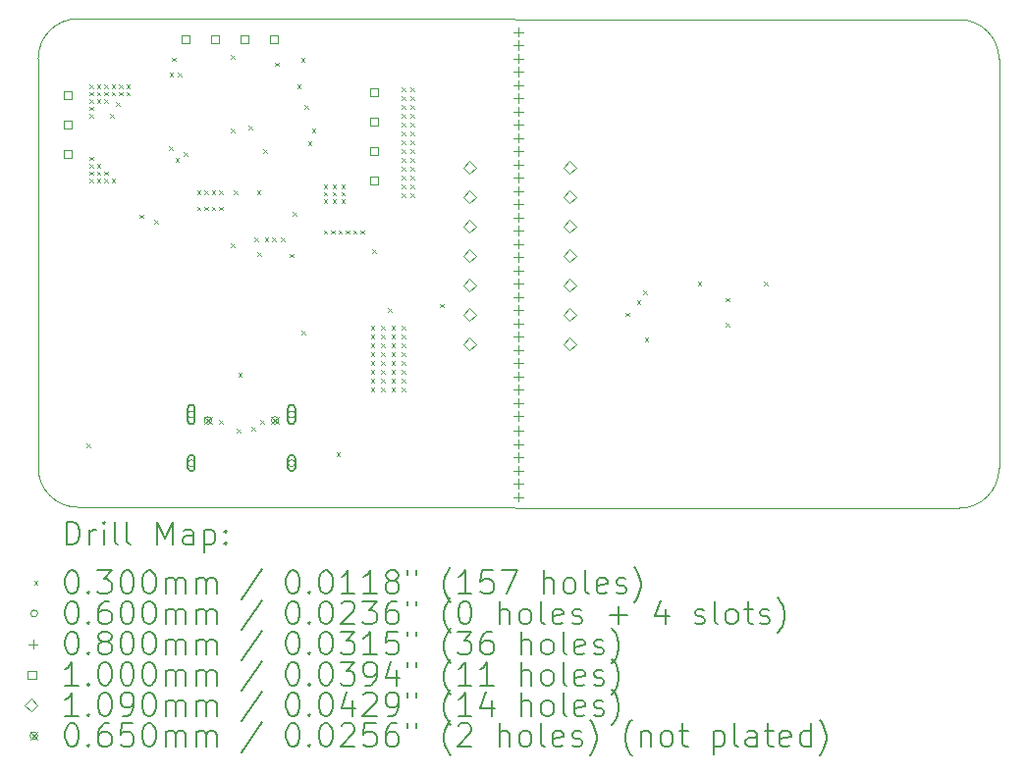
<source format=gbr>
%TF.GenerationSoftware,KiCad,Pcbnew,7.0.2-0*%
%TF.CreationDate,2024-06-03T15:36:01+08:00*%
%TF.ProjectId,angle_detect,616e676c-655f-4646-9574-6563742e6b69,rev?*%
%TF.SameCoordinates,Original*%
%TF.FileFunction,Drillmap*%
%TF.FilePolarity,Positive*%
%FSLAX45Y45*%
G04 Gerber Fmt 4.5, Leading zero omitted, Abs format (unit mm)*
G04 Created by KiCad (PCBNEW 7.0.2-0) date 2024-06-03 15:36:01*
%MOMM*%
%LPD*%
G01*
G04 APERTURE LIST*
%ADD10C,0.100000*%
%ADD11C,0.200000*%
%ADD12C,0.030000*%
%ADD13C,0.060000*%
%ADD14C,0.080000*%
%ADD15C,0.109000*%
%ADD16C,0.065000*%
G04 APERTURE END LIST*
D10*
X4927600Y-16725900D02*
G75*
G03*
X5270500Y-17068800I342900J0D01*
G01*
X12870180Y-17076420D02*
G75*
G03*
X13213080Y-16733520I0J342900D01*
G01*
X5270500Y-12852400D02*
X12870180Y-12860020D01*
X4927600Y-16725900D02*
X4927600Y-13195300D01*
X13213080Y-13202920D02*
X13213080Y-16733520D01*
X5270500Y-12852400D02*
G75*
G03*
X4927600Y-13195300I0J-342900D01*
G01*
X12870180Y-17076420D02*
X5270500Y-17068800D01*
X13213080Y-13202920D02*
G75*
G03*
X12870180Y-12860020I-342900J0D01*
G01*
D11*
D12*
X5344400Y-16520400D02*
X5374400Y-16550400D01*
X5374400Y-16520400D02*
X5344400Y-16550400D01*
X5369800Y-13421600D02*
X5399800Y-13451600D01*
X5399800Y-13421600D02*
X5369800Y-13451600D01*
X5369800Y-13485100D02*
X5399800Y-13515100D01*
X5399800Y-13485100D02*
X5369800Y-13515100D01*
X5369800Y-13548600D02*
X5399800Y-13578600D01*
X5399800Y-13548600D02*
X5369800Y-13578600D01*
X5369800Y-13612100D02*
X5399800Y-13642100D01*
X5399800Y-13612100D02*
X5369800Y-13642100D01*
X5369800Y-13675600D02*
X5399800Y-13705600D01*
X5399800Y-13675600D02*
X5369800Y-13705600D01*
X5369800Y-14043900D02*
X5399800Y-14073900D01*
X5399800Y-14043900D02*
X5369800Y-14073900D01*
X5369800Y-14107400D02*
X5399800Y-14137400D01*
X5399800Y-14107400D02*
X5369800Y-14137400D01*
X5369800Y-14170900D02*
X5399800Y-14200900D01*
X5399800Y-14170900D02*
X5369800Y-14200900D01*
X5369800Y-14234400D02*
X5399800Y-14264400D01*
X5399800Y-14234400D02*
X5369800Y-14264400D01*
X5433300Y-13421600D02*
X5463300Y-13451600D01*
X5463300Y-13421600D02*
X5433300Y-13451600D01*
X5433300Y-13485100D02*
X5463300Y-13515100D01*
X5463300Y-13485100D02*
X5433300Y-13515100D01*
X5433300Y-13548600D02*
X5463300Y-13578600D01*
X5463300Y-13548600D02*
X5433300Y-13578600D01*
X5433300Y-14107400D02*
X5463300Y-14137400D01*
X5463300Y-14107400D02*
X5433300Y-14137400D01*
X5433300Y-14170900D02*
X5463300Y-14200900D01*
X5463300Y-14170900D02*
X5433300Y-14200900D01*
X5433300Y-14234400D02*
X5463300Y-14264400D01*
X5463300Y-14234400D02*
X5433300Y-14264400D01*
X5496800Y-13421600D02*
X5526800Y-13451600D01*
X5526800Y-13421600D02*
X5496800Y-13451600D01*
X5496800Y-13485100D02*
X5526800Y-13515100D01*
X5526800Y-13485100D02*
X5496800Y-13515100D01*
X5496800Y-13548600D02*
X5526800Y-13578600D01*
X5526800Y-13548600D02*
X5496800Y-13578600D01*
X5496800Y-14170900D02*
X5526800Y-14200900D01*
X5526800Y-14170900D02*
X5496800Y-14200900D01*
X5496800Y-14234400D02*
X5526800Y-14264400D01*
X5526800Y-14234400D02*
X5496800Y-14264400D01*
X5546844Y-13676356D02*
X5576844Y-13706356D01*
X5576844Y-13676356D02*
X5546844Y-13706356D01*
X5560300Y-13421600D02*
X5590300Y-13451600D01*
X5590300Y-13421600D02*
X5560300Y-13451600D01*
X5560300Y-13485100D02*
X5590300Y-13515100D01*
X5590300Y-13485100D02*
X5560300Y-13515100D01*
X5560300Y-14234400D02*
X5590300Y-14264400D01*
X5590300Y-14234400D02*
X5560300Y-14264400D01*
X5599156Y-13573244D02*
X5629156Y-13603244D01*
X5629156Y-13573244D02*
X5599156Y-13603244D01*
X5623800Y-13421600D02*
X5653800Y-13451600D01*
X5653800Y-13421600D02*
X5623800Y-13451600D01*
X5623800Y-13485100D02*
X5653800Y-13515100D01*
X5653800Y-13485100D02*
X5623800Y-13515100D01*
X5687300Y-13421600D02*
X5717300Y-13451600D01*
X5717300Y-13421600D02*
X5687300Y-13451600D01*
X5687300Y-13485100D02*
X5717300Y-13515100D01*
X5717300Y-13485100D02*
X5687300Y-13515100D01*
X5801600Y-14543350D02*
X5831600Y-14573350D01*
X5831600Y-14543350D02*
X5801600Y-14573350D01*
X5928600Y-14590000D02*
X5958600Y-14620000D01*
X5958600Y-14590000D02*
X5928600Y-14620000D01*
X6055600Y-13955000D02*
X6085600Y-13985000D01*
X6085600Y-13955000D02*
X6055600Y-13985000D01*
X6061850Y-13320000D02*
X6091850Y-13350000D01*
X6091850Y-13320000D02*
X6061850Y-13350000D01*
X6081000Y-13188850D02*
X6111000Y-13218850D01*
X6111000Y-13188850D02*
X6081000Y-13218850D01*
X6110550Y-14056600D02*
X6140550Y-14086600D01*
X6140550Y-14056600D02*
X6110550Y-14086600D01*
X6131800Y-13320000D02*
X6161800Y-13350000D01*
X6161800Y-13320000D02*
X6131800Y-13350000D01*
X6182600Y-14005800D02*
X6212600Y-14035800D01*
X6212600Y-14005800D02*
X6182600Y-14035800D01*
X6296900Y-14336000D02*
X6326900Y-14366000D01*
X6326900Y-14336000D02*
X6296900Y-14366000D01*
X6296900Y-14475700D02*
X6326900Y-14505700D01*
X6326900Y-14475700D02*
X6296900Y-14505700D01*
X6360400Y-14336000D02*
X6390400Y-14366000D01*
X6390400Y-14336000D02*
X6360400Y-14366000D01*
X6360400Y-14475700D02*
X6390400Y-14505700D01*
X6390400Y-14475700D02*
X6360400Y-14505700D01*
X6423900Y-14336000D02*
X6453900Y-14366000D01*
X6453900Y-14336000D02*
X6423900Y-14366000D01*
X6423900Y-14475700D02*
X6453900Y-14505700D01*
X6453900Y-14475700D02*
X6423900Y-14505700D01*
X6487400Y-14336000D02*
X6517400Y-14366000D01*
X6517400Y-14336000D02*
X6487400Y-14366000D01*
X6487400Y-14475700D02*
X6517400Y-14505700D01*
X6517400Y-14475700D02*
X6487400Y-14505700D01*
X6487400Y-16317200D02*
X6517400Y-16347200D01*
X6517400Y-16317200D02*
X6487400Y-16347200D01*
X6589000Y-13167600D02*
X6619000Y-13197600D01*
X6619000Y-13167600D02*
X6589000Y-13197600D01*
X6589000Y-13802600D02*
X6619000Y-13832600D01*
X6619000Y-13802600D02*
X6589000Y-13832600D01*
X6589000Y-14793200D02*
X6619000Y-14823200D01*
X6619000Y-14793200D02*
X6589000Y-14823200D01*
X6614400Y-14336000D02*
X6644400Y-14366000D01*
X6644400Y-14336000D02*
X6614400Y-14366000D01*
X6639800Y-16393400D02*
X6669800Y-16423400D01*
X6669800Y-16393400D02*
X6639800Y-16423400D01*
X6652500Y-15910800D02*
X6682500Y-15940800D01*
X6682500Y-15910800D02*
X6652500Y-15940800D01*
X6741400Y-13777200D02*
X6771400Y-13807200D01*
X6771400Y-13777200D02*
X6741400Y-13807200D01*
X6768492Y-16377150D02*
X6798492Y-16407150D01*
X6798492Y-16377150D02*
X6768492Y-16407150D01*
X6792200Y-14742400D02*
X6822200Y-14772400D01*
X6822200Y-14742400D02*
X6792200Y-14772400D01*
X6812100Y-14336000D02*
X6842100Y-14366000D01*
X6842100Y-14336000D02*
X6812100Y-14366000D01*
X6817600Y-14869400D02*
X6847600Y-14899400D01*
X6847600Y-14869400D02*
X6817600Y-14899400D01*
X6843000Y-16317200D02*
X6873000Y-16347200D01*
X6873000Y-16317200D02*
X6843000Y-16347200D01*
X6867644Y-13981156D02*
X6897644Y-14011156D01*
X6897644Y-13981156D02*
X6867644Y-14011156D01*
X6881100Y-14742400D02*
X6911100Y-14772400D01*
X6911100Y-14742400D02*
X6881100Y-14772400D01*
X6944600Y-14742400D02*
X6974600Y-14772400D01*
X6974600Y-14742400D02*
X6944600Y-14772400D01*
X6970000Y-13231100D02*
X7000000Y-13261100D01*
X7000000Y-13231100D02*
X6970000Y-13261100D01*
X7020800Y-14742400D02*
X7050800Y-14772400D01*
X7050800Y-14742400D02*
X7020800Y-14772400D01*
X7097000Y-14882100D02*
X7127000Y-14912100D01*
X7127000Y-14882100D02*
X7097000Y-14912100D01*
X7122400Y-14522350D02*
X7152400Y-14552350D01*
X7152400Y-14522350D02*
X7122400Y-14552350D01*
X7160500Y-13421600D02*
X7190500Y-13451600D01*
X7190500Y-13421600D02*
X7160500Y-13451600D01*
X7193520Y-13193110D02*
X7223520Y-13223110D01*
X7223520Y-13193110D02*
X7193520Y-13223110D01*
X7198600Y-15546050D02*
X7228600Y-15576050D01*
X7228600Y-15546050D02*
X7198600Y-15576050D01*
X7224000Y-13599400D02*
X7254000Y-13629400D01*
X7254000Y-13599400D02*
X7224000Y-13629400D01*
X7255564Y-13912247D02*
X7285564Y-13942247D01*
X7285564Y-13912247D02*
X7255564Y-13942247D01*
X7287500Y-13802600D02*
X7317500Y-13832600D01*
X7317500Y-13802600D02*
X7287500Y-13832600D01*
X7389100Y-14285200D02*
X7419100Y-14315200D01*
X7419100Y-14285200D02*
X7389100Y-14315200D01*
X7389100Y-14348700D02*
X7419100Y-14378700D01*
X7419100Y-14348700D02*
X7389100Y-14378700D01*
X7389100Y-14412200D02*
X7419100Y-14442200D01*
X7419100Y-14412200D02*
X7389100Y-14442200D01*
X7389100Y-14678900D02*
X7419100Y-14708900D01*
X7419100Y-14678900D02*
X7389100Y-14708900D01*
X7452600Y-14678900D02*
X7482600Y-14708900D01*
X7482600Y-14678900D02*
X7452600Y-14708900D01*
X7465300Y-14285200D02*
X7495300Y-14315200D01*
X7495300Y-14285200D02*
X7465300Y-14315200D01*
X7465300Y-14348700D02*
X7495300Y-14378700D01*
X7495300Y-14348700D02*
X7465300Y-14378700D01*
X7465300Y-14412200D02*
X7495300Y-14442200D01*
X7495300Y-14412200D02*
X7465300Y-14442200D01*
X7498100Y-16596600D02*
X7528100Y-16626600D01*
X7528100Y-16596600D02*
X7498100Y-16626600D01*
X7516100Y-14678900D02*
X7546100Y-14708900D01*
X7546100Y-14678900D02*
X7516100Y-14708900D01*
X7541500Y-14285200D02*
X7571500Y-14315200D01*
X7571500Y-14285200D02*
X7541500Y-14315200D01*
X7541500Y-14348700D02*
X7571500Y-14378700D01*
X7571500Y-14348700D02*
X7541500Y-14378700D01*
X7541500Y-14412200D02*
X7571500Y-14442200D01*
X7571500Y-14412200D02*
X7541500Y-14442200D01*
X7579600Y-14678900D02*
X7609600Y-14708900D01*
X7609600Y-14678900D02*
X7579600Y-14708900D01*
X7643100Y-14678900D02*
X7673100Y-14708900D01*
X7673100Y-14678900D02*
X7643100Y-14708900D01*
X7706600Y-14678900D02*
X7736600Y-14708900D01*
X7736600Y-14678900D02*
X7706600Y-14708900D01*
X7795500Y-15504400D02*
X7825500Y-15534400D01*
X7825500Y-15504400D02*
X7795500Y-15534400D01*
X7795500Y-15580600D02*
X7825500Y-15610600D01*
X7825500Y-15580600D02*
X7795500Y-15610600D01*
X7795500Y-15656800D02*
X7825500Y-15686800D01*
X7825500Y-15656800D02*
X7795500Y-15686800D01*
X7795500Y-15733000D02*
X7825500Y-15763000D01*
X7825500Y-15733000D02*
X7795500Y-15763000D01*
X7795500Y-15809200D02*
X7825500Y-15839200D01*
X7825500Y-15809200D02*
X7795500Y-15839200D01*
X7795500Y-15885400D02*
X7825500Y-15915400D01*
X7825500Y-15885400D02*
X7795500Y-15915400D01*
X7795500Y-15961600D02*
X7825500Y-15991600D01*
X7825500Y-15961600D02*
X7795500Y-15991600D01*
X7795500Y-16037800D02*
X7825500Y-16067800D01*
X7825500Y-16037800D02*
X7795500Y-16067800D01*
X7808200Y-14844000D02*
X7838200Y-14874000D01*
X7838200Y-14844000D02*
X7808200Y-14874000D01*
X7884400Y-15504400D02*
X7914400Y-15534400D01*
X7914400Y-15504400D02*
X7884400Y-15534400D01*
X7884400Y-15580600D02*
X7914400Y-15610600D01*
X7914400Y-15580600D02*
X7884400Y-15610600D01*
X7884400Y-15656800D02*
X7914400Y-15686800D01*
X7914400Y-15656800D02*
X7884400Y-15686800D01*
X7884400Y-15733000D02*
X7914400Y-15763000D01*
X7914400Y-15733000D02*
X7884400Y-15763000D01*
X7884400Y-15809200D02*
X7914400Y-15839200D01*
X7914400Y-15809200D02*
X7884400Y-15839200D01*
X7884400Y-15885400D02*
X7914400Y-15915400D01*
X7914400Y-15885400D02*
X7884400Y-15915400D01*
X7884400Y-15961600D02*
X7914400Y-15991600D01*
X7914400Y-15961600D02*
X7884400Y-15991600D01*
X7884400Y-16037800D02*
X7914400Y-16067800D01*
X7914400Y-16037800D02*
X7884400Y-16067800D01*
X7944350Y-15352000D02*
X7974350Y-15382000D01*
X7974350Y-15352000D02*
X7944350Y-15382000D01*
X7973300Y-15504400D02*
X8003300Y-15534400D01*
X8003300Y-15504400D02*
X7973300Y-15534400D01*
X7973300Y-15580600D02*
X8003300Y-15610600D01*
X8003300Y-15580600D02*
X7973300Y-15610600D01*
X7973300Y-15656800D02*
X8003300Y-15686800D01*
X8003300Y-15656800D02*
X7973300Y-15686800D01*
X7973300Y-15733000D02*
X8003300Y-15763000D01*
X8003300Y-15733000D02*
X7973300Y-15763000D01*
X7973300Y-15809200D02*
X8003300Y-15839200D01*
X8003300Y-15809200D02*
X7973300Y-15839200D01*
X7973300Y-15885400D02*
X8003300Y-15915400D01*
X8003300Y-15885400D02*
X7973300Y-15915400D01*
X7973300Y-15961600D02*
X8003300Y-15991600D01*
X8003300Y-15961600D02*
X7973300Y-15991600D01*
X7973300Y-16037800D02*
X8003300Y-16067800D01*
X8003300Y-16037800D02*
X7973300Y-16067800D01*
X8062200Y-13447000D02*
X8092200Y-13477000D01*
X8092200Y-13447000D02*
X8062200Y-13477000D01*
X8062200Y-13523200D02*
X8092200Y-13553200D01*
X8092200Y-13523200D02*
X8062200Y-13553200D01*
X8062200Y-13599400D02*
X8092200Y-13629400D01*
X8092200Y-13599400D02*
X8062200Y-13629400D01*
X8062200Y-13675600D02*
X8092200Y-13705600D01*
X8092200Y-13675600D02*
X8062200Y-13705600D01*
X8062200Y-13751800D02*
X8092200Y-13781800D01*
X8092200Y-13751800D02*
X8062200Y-13781800D01*
X8062200Y-13828000D02*
X8092200Y-13858000D01*
X8092200Y-13828000D02*
X8062200Y-13858000D01*
X8062200Y-13904200D02*
X8092200Y-13934200D01*
X8092200Y-13904200D02*
X8062200Y-13934200D01*
X8062200Y-13980400D02*
X8092200Y-14010400D01*
X8092200Y-13980400D02*
X8062200Y-14010400D01*
X8062200Y-14056600D02*
X8092200Y-14086600D01*
X8092200Y-14056600D02*
X8062200Y-14086600D01*
X8062200Y-14132800D02*
X8092200Y-14162800D01*
X8092200Y-14132800D02*
X8062200Y-14162800D01*
X8062200Y-14209000D02*
X8092200Y-14239000D01*
X8092200Y-14209000D02*
X8062200Y-14239000D01*
X8062200Y-14285200D02*
X8092200Y-14315200D01*
X8092200Y-14285200D02*
X8062200Y-14315200D01*
X8062200Y-14361400D02*
X8092200Y-14391400D01*
X8092200Y-14361400D02*
X8062200Y-14391400D01*
X8062200Y-15504400D02*
X8092200Y-15534400D01*
X8092200Y-15504400D02*
X8062200Y-15534400D01*
X8062200Y-15580600D02*
X8092200Y-15610600D01*
X8092200Y-15580600D02*
X8062200Y-15610600D01*
X8062200Y-15656800D02*
X8092200Y-15686800D01*
X8092200Y-15656800D02*
X8062200Y-15686800D01*
X8062200Y-15733000D02*
X8092200Y-15763000D01*
X8092200Y-15733000D02*
X8062200Y-15763000D01*
X8062200Y-15809200D02*
X8092200Y-15839200D01*
X8092200Y-15809200D02*
X8062200Y-15839200D01*
X8062200Y-15885400D02*
X8092200Y-15915400D01*
X8092200Y-15885400D02*
X8062200Y-15915400D01*
X8062200Y-15961600D02*
X8092200Y-15991600D01*
X8092200Y-15961600D02*
X8062200Y-15991600D01*
X8062200Y-16037800D02*
X8092200Y-16067800D01*
X8092200Y-16037800D02*
X8062200Y-16067800D01*
X8138400Y-13447000D02*
X8168400Y-13477000D01*
X8168400Y-13447000D02*
X8138400Y-13477000D01*
X8138400Y-13523200D02*
X8168400Y-13553200D01*
X8168400Y-13523200D02*
X8138400Y-13553200D01*
X8138400Y-13599400D02*
X8168400Y-13629400D01*
X8168400Y-13599400D02*
X8138400Y-13629400D01*
X8138400Y-13675600D02*
X8168400Y-13705600D01*
X8168400Y-13675600D02*
X8138400Y-13705600D01*
X8138400Y-13751800D02*
X8168400Y-13781800D01*
X8168400Y-13751800D02*
X8138400Y-13781800D01*
X8138400Y-13828000D02*
X8168400Y-13858000D01*
X8168400Y-13828000D02*
X8138400Y-13858000D01*
X8138400Y-13904200D02*
X8168400Y-13934200D01*
X8168400Y-13904200D02*
X8138400Y-13934200D01*
X8138400Y-13980400D02*
X8168400Y-14010400D01*
X8168400Y-13980400D02*
X8138400Y-14010400D01*
X8138400Y-14056600D02*
X8168400Y-14086600D01*
X8168400Y-14056600D02*
X8138400Y-14086600D01*
X8138400Y-14132800D02*
X8168400Y-14162800D01*
X8168400Y-14132800D02*
X8138400Y-14162800D01*
X8138400Y-14209000D02*
X8168400Y-14239000D01*
X8168400Y-14209000D02*
X8138400Y-14239000D01*
X8138400Y-14285200D02*
X8168400Y-14315200D01*
X8168400Y-14285200D02*
X8138400Y-14315200D01*
X8138400Y-14361400D02*
X8168400Y-14391400D01*
X8168400Y-14361400D02*
X8138400Y-14391400D01*
X8392400Y-15313900D02*
X8422400Y-15343900D01*
X8422400Y-15313900D02*
X8392400Y-15343900D01*
X9992600Y-15390100D02*
X10022600Y-15420100D01*
X10022600Y-15390100D02*
X9992600Y-15420100D01*
X10088606Y-15281394D02*
X10118606Y-15311394D01*
X10118606Y-15281394D02*
X10088606Y-15311394D01*
X10145000Y-15199600D02*
X10175000Y-15229600D01*
X10175000Y-15199600D02*
X10145000Y-15229600D01*
X10157700Y-15606000D02*
X10187700Y-15636000D01*
X10187700Y-15606000D02*
X10157700Y-15636000D01*
X10614900Y-15123400D02*
X10644900Y-15153400D01*
X10644900Y-15123400D02*
X10614900Y-15153400D01*
X10856200Y-15263100D02*
X10886200Y-15293100D01*
X10886200Y-15263100D02*
X10856200Y-15293100D01*
X10856200Y-15477750D02*
X10886200Y-15507750D01*
X10886200Y-15477750D02*
X10856200Y-15507750D01*
X11186400Y-15123400D02*
X11216400Y-15153400D01*
X11216400Y-15123400D02*
X11186400Y-15153400D01*
D13*
X6278200Y-16267800D02*
G75*
G03*
X6278200Y-16267800I-30000J0D01*
G01*
D11*
X6218200Y-16212800D02*
X6218200Y-16322800D01*
X6218200Y-16322800D02*
G75*
G03*
X6278200Y-16322800I30000J0D01*
G01*
X6278200Y-16322800D02*
X6278200Y-16212800D01*
X6278200Y-16212800D02*
G75*
G03*
X6218200Y-16212800I-30000J0D01*
G01*
D13*
X6278200Y-16687800D02*
G75*
G03*
X6278200Y-16687800I-30000J0D01*
G01*
D11*
X6218200Y-16647800D02*
X6218200Y-16727800D01*
X6218200Y-16727800D02*
G75*
G03*
X6278200Y-16727800I30000J0D01*
G01*
X6278200Y-16727800D02*
X6278200Y-16647800D01*
X6278200Y-16647800D02*
G75*
G03*
X6218200Y-16647800I-30000J0D01*
G01*
D13*
X7142200Y-16267800D02*
G75*
G03*
X7142200Y-16267800I-30000J0D01*
G01*
D11*
X7082200Y-16212800D02*
X7082200Y-16322800D01*
X7082200Y-16322800D02*
G75*
G03*
X7142200Y-16322800I30000J0D01*
G01*
X7142200Y-16322800D02*
X7142200Y-16212800D01*
X7142200Y-16212800D02*
G75*
G03*
X7082200Y-16212800I-30000J0D01*
G01*
D13*
X7142200Y-16687800D02*
G75*
G03*
X7142200Y-16687800I-30000J0D01*
G01*
D11*
X7082200Y-16647800D02*
X7082200Y-16727800D01*
X7082200Y-16727800D02*
G75*
G03*
X7142200Y-16727800I30000J0D01*
G01*
X7142200Y-16727800D02*
X7142200Y-16647800D01*
X7142200Y-16647800D02*
G75*
G03*
X7082200Y-16647800I-30000J0D01*
G01*
D14*
X9067800Y-12926700D02*
X9067800Y-13006700D01*
X9027800Y-12966700D02*
X9107800Y-12966700D01*
X9067800Y-13041000D02*
X9067800Y-13121000D01*
X9027800Y-13081000D02*
X9107800Y-13081000D01*
X9067800Y-13155300D02*
X9067800Y-13235300D01*
X9027800Y-13195300D02*
X9107800Y-13195300D01*
X9067800Y-13269600D02*
X9067800Y-13349600D01*
X9027800Y-13309600D02*
X9107800Y-13309600D01*
X9067800Y-13383900D02*
X9067800Y-13463900D01*
X9027800Y-13423900D02*
X9107800Y-13423900D01*
X9067800Y-13498200D02*
X9067800Y-13578200D01*
X9027800Y-13538200D02*
X9107800Y-13538200D01*
X9067800Y-13612500D02*
X9067800Y-13692500D01*
X9027800Y-13652500D02*
X9107800Y-13652500D01*
X9067800Y-13726800D02*
X9067800Y-13806800D01*
X9027800Y-13766800D02*
X9107800Y-13766800D01*
X9067800Y-13841100D02*
X9067800Y-13921100D01*
X9027800Y-13881100D02*
X9107800Y-13881100D01*
X9067800Y-13955400D02*
X9067800Y-14035400D01*
X9027800Y-13995400D02*
X9107800Y-13995400D01*
X9067800Y-14069700D02*
X9067800Y-14149700D01*
X9027800Y-14109700D02*
X9107800Y-14109700D01*
X9067800Y-14184000D02*
X9067800Y-14264000D01*
X9027800Y-14224000D02*
X9107800Y-14224000D01*
X9067800Y-14298300D02*
X9067800Y-14378300D01*
X9027800Y-14338300D02*
X9107800Y-14338300D01*
X9067800Y-14412600D02*
X9067800Y-14492600D01*
X9027800Y-14452600D02*
X9107800Y-14452600D01*
X9067800Y-14526900D02*
X9067800Y-14606900D01*
X9027800Y-14566900D02*
X9107800Y-14566900D01*
X9067800Y-14641200D02*
X9067800Y-14721200D01*
X9027800Y-14681200D02*
X9107800Y-14681200D01*
X9067800Y-14755500D02*
X9067800Y-14835500D01*
X9027800Y-14795500D02*
X9107800Y-14795500D01*
X9067800Y-14869800D02*
X9067800Y-14949800D01*
X9027800Y-14909800D02*
X9107800Y-14909800D01*
X9067800Y-14984100D02*
X9067800Y-15064100D01*
X9027800Y-15024100D02*
X9107800Y-15024100D01*
X9067800Y-15098400D02*
X9067800Y-15178400D01*
X9027800Y-15138400D02*
X9107800Y-15138400D01*
X9067800Y-15212700D02*
X9067800Y-15292700D01*
X9027800Y-15252700D02*
X9107800Y-15252700D01*
X9067800Y-15327000D02*
X9067800Y-15407000D01*
X9027800Y-15367000D02*
X9107800Y-15367000D01*
X9067800Y-15441300D02*
X9067800Y-15521300D01*
X9027800Y-15481300D02*
X9107800Y-15481300D01*
X9067800Y-15555600D02*
X9067800Y-15635600D01*
X9027800Y-15595600D02*
X9107800Y-15595600D01*
X9067800Y-15669900D02*
X9067800Y-15749900D01*
X9027800Y-15709900D02*
X9107800Y-15709900D01*
X9067800Y-15784200D02*
X9067800Y-15864200D01*
X9027800Y-15824200D02*
X9107800Y-15824200D01*
X9067800Y-15898500D02*
X9067800Y-15978500D01*
X9027800Y-15938500D02*
X9107800Y-15938500D01*
X9067800Y-16012800D02*
X9067800Y-16092800D01*
X9027800Y-16052800D02*
X9107800Y-16052800D01*
X9067800Y-16127100D02*
X9067800Y-16207100D01*
X9027800Y-16167100D02*
X9107800Y-16167100D01*
X9067800Y-16241400D02*
X9067800Y-16321400D01*
X9027800Y-16281400D02*
X9107800Y-16281400D01*
X9067800Y-16368400D02*
X9067800Y-16448400D01*
X9027800Y-16408400D02*
X9107800Y-16408400D01*
X9067800Y-16482700D02*
X9067800Y-16562700D01*
X9027800Y-16522700D02*
X9107800Y-16522700D01*
X9067800Y-16597000D02*
X9067800Y-16677000D01*
X9027800Y-16637000D02*
X9107800Y-16637000D01*
X9067800Y-16711300D02*
X9067800Y-16791300D01*
X9027800Y-16751300D02*
X9107800Y-16751300D01*
X9067800Y-16825600D02*
X9067800Y-16905600D01*
X9027800Y-16865600D02*
X9107800Y-16865600D01*
X9067800Y-16939900D02*
X9067800Y-17019900D01*
X9027800Y-16979900D02*
X9107800Y-16979900D01*
D10*
X5216956Y-13548156D02*
X5216956Y-13477444D01*
X5146244Y-13477444D01*
X5146244Y-13548156D01*
X5216956Y-13548156D01*
X5216956Y-13802156D02*
X5216956Y-13731444D01*
X5146244Y-13731444D01*
X5146244Y-13802156D01*
X5216956Y-13802156D01*
X5216956Y-14056156D02*
X5216956Y-13985444D01*
X5146244Y-13985444D01*
X5146244Y-14056156D01*
X5216956Y-14056156D01*
X6232956Y-13065556D02*
X6232956Y-12994844D01*
X6162244Y-12994844D01*
X6162244Y-13065556D01*
X6232956Y-13065556D01*
X6486956Y-13065556D02*
X6486956Y-12994844D01*
X6416244Y-12994844D01*
X6416244Y-13065556D01*
X6486956Y-13065556D01*
X6740956Y-13065556D02*
X6740956Y-12994844D01*
X6670244Y-12994844D01*
X6670244Y-13065556D01*
X6740956Y-13065556D01*
X6994956Y-13065556D02*
X6994956Y-12994844D01*
X6924244Y-12994844D01*
X6924244Y-13065556D01*
X6994956Y-13065556D01*
X7858556Y-13522756D02*
X7858556Y-13452044D01*
X7787844Y-13452044D01*
X7787844Y-13522756D01*
X7858556Y-13522756D01*
X7858556Y-13776756D02*
X7858556Y-13706044D01*
X7787844Y-13706044D01*
X7787844Y-13776756D01*
X7858556Y-13776756D01*
X7858556Y-14030756D02*
X7858556Y-13960044D01*
X7787844Y-13960044D01*
X7787844Y-14030756D01*
X7858556Y-14030756D01*
X7858556Y-14284756D02*
X7858556Y-14214044D01*
X7787844Y-14214044D01*
X7787844Y-14284756D01*
X7858556Y-14284756D01*
D15*
X8647500Y-14189600D02*
X8702000Y-14135100D01*
X8647500Y-14080600D01*
X8593000Y-14135100D01*
X8647500Y-14189600D01*
X8647500Y-14443600D02*
X8702000Y-14389100D01*
X8647500Y-14334600D01*
X8593000Y-14389100D01*
X8647500Y-14443600D01*
X8647500Y-14697600D02*
X8702000Y-14643100D01*
X8647500Y-14588600D01*
X8593000Y-14643100D01*
X8647500Y-14697600D01*
X8647500Y-14951600D02*
X8702000Y-14897100D01*
X8647500Y-14842600D01*
X8593000Y-14897100D01*
X8647500Y-14951600D01*
X8647500Y-15205600D02*
X8702000Y-15151100D01*
X8647500Y-15096600D01*
X8593000Y-15151100D01*
X8647500Y-15205600D01*
X8647500Y-15459600D02*
X8702000Y-15405100D01*
X8647500Y-15350600D01*
X8593000Y-15405100D01*
X8647500Y-15459600D01*
X8647500Y-15713600D02*
X8702000Y-15659100D01*
X8647500Y-15604600D01*
X8593000Y-15659100D01*
X8647500Y-15713600D01*
X9512300Y-14189600D02*
X9566800Y-14135100D01*
X9512300Y-14080600D01*
X9457800Y-14135100D01*
X9512300Y-14189600D01*
X9512300Y-14443600D02*
X9566800Y-14389100D01*
X9512300Y-14334600D01*
X9457800Y-14389100D01*
X9512300Y-14443600D01*
X9512300Y-14697600D02*
X9566800Y-14643100D01*
X9512300Y-14588600D01*
X9457800Y-14643100D01*
X9512300Y-14697600D01*
X9512300Y-14951600D02*
X9566800Y-14897100D01*
X9512300Y-14842600D01*
X9457800Y-14897100D01*
X9512300Y-14951600D01*
X9512300Y-15205600D02*
X9566800Y-15151100D01*
X9512300Y-15096600D01*
X9457800Y-15151100D01*
X9512300Y-15205600D01*
X9512300Y-15459600D02*
X9566800Y-15405100D01*
X9512300Y-15350600D01*
X9457800Y-15405100D01*
X9512300Y-15459600D01*
X9512300Y-15713600D02*
X9566800Y-15659100D01*
X9512300Y-15604600D01*
X9457800Y-15659100D01*
X9512300Y-15713600D01*
D16*
X6358700Y-16287300D02*
X6423700Y-16352300D01*
X6423700Y-16287300D02*
X6358700Y-16352300D01*
X6423700Y-16319800D02*
G75*
G03*
X6423700Y-16319800I-32500J0D01*
G01*
X6936700Y-16287300D02*
X7001700Y-16352300D01*
X7001700Y-16287300D02*
X6936700Y-16352300D01*
X7001700Y-16319800D02*
G75*
G03*
X7001700Y-16319800I-32500J0D01*
G01*
D11*
X5170219Y-17393944D02*
X5170219Y-17193944D01*
X5170219Y-17193944D02*
X5217838Y-17193944D01*
X5217838Y-17193944D02*
X5246410Y-17203468D01*
X5246410Y-17203468D02*
X5265457Y-17222515D01*
X5265457Y-17222515D02*
X5274981Y-17241563D01*
X5274981Y-17241563D02*
X5284505Y-17279658D01*
X5284505Y-17279658D02*
X5284505Y-17308230D01*
X5284505Y-17308230D02*
X5274981Y-17346325D01*
X5274981Y-17346325D02*
X5265457Y-17365372D01*
X5265457Y-17365372D02*
X5246410Y-17384420D01*
X5246410Y-17384420D02*
X5217838Y-17393944D01*
X5217838Y-17393944D02*
X5170219Y-17393944D01*
X5370219Y-17393944D02*
X5370219Y-17260610D01*
X5370219Y-17298706D02*
X5379743Y-17279658D01*
X5379743Y-17279658D02*
X5389267Y-17270134D01*
X5389267Y-17270134D02*
X5408314Y-17260610D01*
X5408314Y-17260610D02*
X5427362Y-17260610D01*
X5494029Y-17393944D02*
X5494029Y-17260610D01*
X5494029Y-17193944D02*
X5484505Y-17203468D01*
X5484505Y-17203468D02*
X5494029Y-17212991D01*
X5494029Y-17212991D02*
X5503552Y-17203468D01*
X5503552Y-17203468D02*
X5494029Y-17193944D01*
X5494029Y-17193944D02*
X5494029Y-17212991D01*
X5617838Y-17393944D02*
X5598790Y-17384420D01*
X5598790Y-17384420D02*
X5589267Y-17365372D01*
X5589267Y-17365372D02*
X5589267Y-17193944D01*
X5722600Y-17393944D02*
X5703552Y-17384420D01*
X5703552Y-17384420D02*
X5694028Y-17365372D01*
X5694028Y-17365372D02*
X5694028Y-17193944D01*
X5951171Y-17393944D02*
X5951171Y-17193944D01*
X5951171Y-17193944D02*
X6017838Y-17336801D01*
X6017838Y-17336801D02*
X6084505Y-17193944D01*
X6084505Y-17193944D02*
X6084505Y-17393944D01*
X6265457Y-17393944D02*
X6265457Y-17289182D01*
X6265457Y-17289182D02*
X6255933Y-17270134D01*
X6255933Y-17270134D02*
X6236886Y-17260610D01*
X6236886Y-17260610D02*
X6198790Y-17260610D01*
X6198790Y-17260610D02*
X6179743Y-17270134D01*
X6265457Y-17384420D02*
X6246409Y-17393944D01*
X6246409Y-17393944D02*
X6198790Y-17393944D01*
X6198790Y-17393944D02*
X6179743Y-17384420D01*
X6179743Y-17384420D02*
X6170219Y-17365372D01*
X6170219Y-17365372D02*
X6170219Y-17346325D01*
X6170219Y-17346325D02*
X6179743Y-17327277D01*
X6179743Y-17327277D02*
X6198790Y-17317753D01*
X6198790Y-17317753D02*
X6246409Y-17317753D01*
X6246409Y-17317753D02*
X6265457Y-17308230D01*
X6360695Y-17260610D02*
X6360695Y-17460610D01*
X6360695Y-17270134D02*
X6379743Y-17260610D01*
X6379743Y-17260610D02*
X6417838Y-17260610D01*
X6417838Y-17260610D02*
X6436886Y-17270134D01*
X6436886Y-17270134D02*
X6446409Y-17279658D01*
X6446409Y-17279658D02*
X6455933Y-17298706D01*
X6455933Y-17298706D02*
X6455933Y-17355849D01*
X6455933Y-17355849D02*
X6446409Y-17374896D01*
X6446409Y-17374896D02*
X6436886Y-17384420D01*
X6436886Y-17384420D02*
X6417838Y-17393944D01*
X6417838Y-17393944D02*
X6379743Y-17393944D01*
X6379743Y-17393944D02*
X6360695Y-17384420D01*
X6541648Y-17374896D02*
X6551171Y-17384420D01*
X6551171Y-17384420D02*
X6541648Y-17393944D01*
X6541648Y-17393944D02*
X6532124Y-17384420D01*
X6532124Y-17384420D02*
X6541648Y-17374896D01*
X6541648Y-17374896D02*
X6541648Y-17393944D01*
X6541648Y-17270134D02*
X6551171Y-17279658D01*
X6551171Y-17279658D02*
X6541648Y-17289182D01*
X6541648Y-17289182D02*
X6532124Y-17279658D01*
X6532124Y-17279658D02*
X6541648Y-17270134D01*
X6541648Y-17270134D02*
X6541648Y-17289182D01*
D12*
X4892600Y-17706420D02*
X4922600Y-17736420D01*
X4922600Y-17706420D02*
X4892600Y-17736420D01*
D11*
X5208314Y-17613944D02*
X5227362Y-17613944D01*
X5227362Y-17613944D02*
X5246410Y-17623468D01*
X5246410Y-17623468D02*
X5255933Y-17632991D01*
X5255933Y-17632991D02*
X5265457Y-17652039D01*
X5265457Y-17652039D02*
X5274981Y-17690134D01*
X5274981Y-17690134D02*
X5274981Y-17737753D01*
X5274981Y-17737753D02*
X5265457Y-17775849D01*
X5265457Y-17775849D02*
X5255933Y-17794896D01*
X5255933Y-17794896D02*
X5246410Y-17804420D01*
X5246410Y-17804420D02*
X5227362Y-17813944D01*
X5227362Y-17813944D02*
X5208314Y-17813944D01*
X5208314Y-17813944D02*
X5189267Y-17804420D01*
X5189267Y-17804420D02*
X5179743Y-17794896D01*
X5179743Y-17794896D02*
X5170219Y-17775849D01*
X5170219Y-17775849D02*
X5160695Y-17737753D01*
X5160695Y-17737753D02*
X5160695Y-17690134D01*
X5160695Y-17690134D02*
X5170219Y-17652039D01*
X5170219Y-17652039D02*
X5179743Y-17632991D01*
X5179743Y-17632991D02*
X5189267Y-17623468D01*
X5189267Y-17623468D02*
X5208314Y-17613944D01*
X5360695Y-17794896D02*
X5370219Y-17804420D01*
X5370219Y-17804420D02*
X5360695Y-17813944D01*
X5360695Y-17813944D02*
X5351171Y-17804420D01*
X5351171Y-17804420D02*
X5360695Y-17794896D01*
X5360695Y-17794896D02*
X5360695Y-17813944D01*
X5436886Y-17613944D02*
X5560695Y-17613944D01*
X5560695Y-17613944D02*
X5494029Y-17690134D01*
X5494029Y-17690134D02*
X5522600Y-17690134D01*
X5522600Y-17690134D02*
X5541648Y-17699658D01*
X5541648Y-17699658D02*
X5551171Y-17709182D01*
X5551171Y-17709182D02*
X5560695Y-17728230D01*
X5560695Y-17728230D02*
X5560695Y-17775849D01*
X5560695Y-17775849D02*
X5551171Y-17794896D01*
X5551171Y-17794896D02*
X5541648Y-17804420D01*
X5541648Y-17804420D02*
X5522600Y-17813944D01*
X5522600Y-17813944D02*
X5465457Y-17813944D01*
X5465457Y-17813944D02*
X5446410Y-17804420D01*
X5446410Y-17804420D02*
X5436886Y-17794896D01*
X5684505Y-17613944D02*
X5703552Y-17613944D01*
X5703552Y-17613944D02*
X5722600Y-17623468D01*
X5722600Y-17623468D02*
X5732124Y-17632991D01*
X5732124Y-17632991D02*
X5741648Y-17652039D01*
X5741648Y-17652039D02*
X5751171Y-17690134D01*
X5751171Y-17690134D02*
X5751171Y-17737753D01*
X5751171Y-17737753D02*
X5741648Y-17775849D01*
X5741648Y-17775849D02*
X5732124Y-17794896D01*
X5732124Y-17794896D02*
X5722600Y-17804420D01*
X5722600Y-17804420D02*
X5703552Y-17813944D01*
X5703552Y-17813944D02*
X5684505Y-17813944D01*
X5684505Y-17813944D02*
X5665457Y-17804420D01*
X5665457Y-17804420D02*
X5655933Y-17794896D01*
X5655933Y-17794896D02*
X5646409Y-17775849D01*
X5646409Y-17775849D02*
X5636886Y-17737753D01*
X5636886Y-17737753D02*
X5636886Y-17690134D01*
X5636886Y-17690134D02*
X5646409Y-17652039D01*
X5646409Y-17652039D02*
X5655933Y-17632991D01*
X5655933Y-17632991D02*
X5665457Y-17623468D01*
X5665457Y-17623468D02*
X5684505Y-17613944D01*
X5874981Y-17613944D02*
X5894029Y-17613944D01*
X5894029Y-17613944D02*
X5913076Y-17623468D01*
X5913076Y-17623468D02*
X5922600Y-17632991D01*
X5922600Y-17632991D02*
X5932124Y-17652039D01*
X5932124Y-17652039D02*
X5941648Y-17690134D01*
X5941648Y-17690134D02*
X5941648Y-17737753D01*
X5941648Y-17737753D02*
X5932124Y-17775849D01*
X5932124Y-17775849D02*
X5922600Y-17794896D01*
X5922600Y-17794896D02*
X5913076Y-17804420D01*
X5913076Y-17804420D02*
X5894029Y-17813944D01*
X5894029Y-17813944D02*
X5874981Y-17813944D01*
X5874981Y-17813944D02*
X5855933Y-17804420D01*
X5855933Y-17804420D02*
X5846409Y-17794896D01*
X5846409Y-17794896D02*
X5836886Y-17775849D01*
X5836886Y-17775849D02*
X5827362Y-17737753D01*
X5827362Y-17737753D02*
X5827362Y-17690134D01*
X5827362Y-17690134D02*
X5836886Y-17652039D01*
X5836886Y-17652039D02*
X5846409Y-17632991D01*
X5846409Y-17632991D02*
X5855933Y-17623468D01*
X5855933Y-17623468D02*
X5874981Y-17613944D01*
X6027362Y-17813944D02*
X6027362Y-17680610D01*
X6027362Y-17699658D02*
X6036886Y-17690134D01*
X6036886Y-17690134D02*
X6055933Y-17680610D01*
X6055933Y-17680610D02*
X6084505Y-17680610D01*
X6084505Y-17680610D02*
X6103552Y-17690134D01*
X6103552Y-17690134D02*
X6113076Y-17709182D01*
X6113076Y-17709182D02*
X6113076Y-17813944D01*
X6113076Y-17709182D02*
X6122600Y-17690134D01*
X6122600Y-17690134D02*
X6141648Y-17680610D01*
X6141648Y-17680610D02*
X6170219Y-17680610D01*
X6170219Y-17680610D02*
X6189267Y-17690134D01*
X6189267Y-17690134D02*
X6198790Y-17709182D01*
X6198790Y-17709182D02*
X6198790Y-17813944D01*
X6294029Y-17813944D02*
X6294029Y-17680610D01*
X6294029Y-17699658D02*
X6303552Y-17690134D01*
X6303552Y-17690134D02*
X6322600Y-17680610D01*
X6322600Y-17680610D02*
X6351171Y-17680610D01*
X6351171Y-17680610D02*
X6370219Y-17690134D01*
X6370219Y-17690134D02*
X6379743Y-17709182D01*
X6379743Y-17709182D02*
X6379743Y-17813944D01*
X6379743Y-17709182D02*
X6389267Y-17690134D01*
X6389267Y-17690134D02*
X6408314Y-17680610D01*
X6408314Y-17680610D02*
X6436886Y-17680610D01*
X6436886Y-17680610D02*
X6455933Y-17690134D01*
X6455933Y-17690134D02*
X6465457Y-17709182D01*
X6465457Y-17709182D02*
X6465457Y-17813944D01*
X6855933Y-17604420D02*
X6684505Y-17861563D01*
X7113076Y-17613944D02*
X7132124Y-17613944D01*
X7132124Y-17613944D02*
X7151172Y-17623468D01*
X7151172Y-17623468D02*
X7160695Y-17632991D01*
X7160695Y-17632991D02*
X7170219Y-17652039D01*
X7170219Y-17652039D02*
X7179743Y-17690134D01*
X7179743Y-17690134D02*
X7179743Y-17737753D01*
X7179743Y-17737753D02*
X7170219Y-17775849D01*
X7170219Y-17775849D02*
X7160695Y-17794896D01*
X7160695Y-17794896D02*
X7151172Y-17804420D01*
X7151172Y-17804420D02*
X7132124Y-17813944D01*
X7132124Y-17813944D02*
X7113076Y-17813944D01*
X7113076Y-17813944D02*
X7094029Y-17804420D01*
X7094029Y-17804420D02*
X7084505Y-17794896D01*
X7084505Y-17794896D02*
X7074981Y-17775849D01*
X7074981Y-17775849D02*
X7065457Y-17737753D01*
X7065457Y-17737753D02*
X7065457Y-17690134D01*
X7065457Y-17690134D02*
X7074981Y-17652039D01*
X7074981Y-17652039D02*
X7084505Y-17632991D01*
X7084505Y-17632991D02*
X7094029Y-17623468D01*
X7094029Y-17623468D02*
X7113076Y-17613944D01*
X7265457Y-17794896D02*
X7274981Y-17804420D01*
X7274981Y-17804420D02*
X7265457Y-17813944D01*
X7265457Y-17813944D02*
X7255933Y-17804420D01*
X7255933Y-17804420D02*
X7265457Y-17794896D01*
X7265457Y-17794896D02*
X7265457Y-17813944D01*
X7398791Y-17613944D02*
X7417838Y-17613944D01*
X7417838Y-17613944D02*
X7436886Y-17623468D01*
X7436886Y-17623468D02*
X7446410Y-17632991D01*
X7446410Y-17632991D02*
X7455933Y-17652039D01*
X7455933Y-17652039D02*
X7465457Y-17690134D01*
X7465457Y-17690134D02*
X7465457Y-17737753D01*
X7465457Y-17737753D02*
X7455933Y-17775849D01*
X7455933Y-17775849D02*
X7446410Y-17794896D01*
X7446410Y-17794896D02*
X7436886Y-17804420D01*
X7436886Y-17804420D02*
X7417838Y-17813944D01*
X7417838Y-17813944D02*
X7398791Y-17813944D01*
X7398791Y-17813944D02*
X7379743Y-17804420D01*
X7379743Y-17804420D02*
X7370219Y-17794896D01*
X7370219Y-17794896D02*
X7360695Y-17775849D01*
X7360695Y-17775849D02*
X7351172Y-17737753D01*
X7351172Y-17737753D02*
X7351172Y-17690134D01*
X7351172Y-17690134D02*
X7360695Y-17652039D01*
X7360695Y-17652039D02*
X7370219Y-17632991D01*
X7370219Y-17632991D02*
X7379743Y-17623468D01*
X7379743Y-17623468D02*
X7398791Y-17613944D01*
X7655933Y-17813944D02*
X7541648Y-17813944D01*
X7598791Y-17813944D02*
X7598791Y-17613944D01*
X7598791Y-17613944D02*
X7579743Y-17642515D01*
X7579743Y-17642515D02*
X7560695Y-17661563D01*
X7560695Y-17661563D02*
X7541648Y-17671087D01*
X7846410Y-17813944D02*
X7732124Y-17813944D01*
X7789267Y-17813944D02*
X7789267Y-17613944D01*
X7789267Y-17613944D02*
X7770219Y-17642515D01*
X7770219Y-17642515D02*
X7751172Y-17661563D01*
X7751172Y-17661563D02*
X7732124Y-17671087D01*
X7960695Y-17699658D02*
X7941648Y-17690134D01*
X7941648Y-17690134D02*
X7932124Y-17680610D01*
X7932124Y-17680610D02*
X7922600Y-17661563D01*
X7922600Y-17661563D02*
X7922600Y-17652039D01*
X7922600Y-17652039D02*
X7932124Y-17632991D01*
X7932124Y-17632991D02*
X7941648Y-17623468D01*
X7941648Y-17623468D02*
X7960695Y-17613944D01*
X7960695Y-17613944D02*
X7998791Y-17613944D01*
X7998791Y-17613944D02*
X8017838Y-17623468D01*
X8017838Y-17623468D02*
X8027362Y-17632991D01*
X8027362Y-17632991D02*
X8036886Y-17652039D01*
X8036886Y-17652039D02*
X8036886Y-17661563D01*
X8036886Y-17661563D02*
X8027362Y-17680610D01*
X8027362Y-17680610D02*
X8017838Y-17690134D01*
X8017838Y-17690134D02*
X7998791Y-17699658D01*
X7998791Y-17699658D02*
X7960695Y-17699658D01*
X7960695Y-17699658D02*
X7941648Y-17709182D01*
X7941648Y-17709182D02*
X7932124Y-17718706D01*
X7932124Y-17718706D02*
X7922600Y-17737753D01*
X7922600Y-17737753D02*
X7922600Y-17775849D01*
X7922600Y-17775849D02*
X7932124Y-17794896D01*
X7932124Y-17794896D02*
X7941648Y-17804420D01*
X7941648Y-17804420D02*
X7960695Y-17813944D01*
X7960695Y-17813944D02*
X7998791Y-17813944D01*
X7998791Y-17813944D02*
X8017838Y-17804420D01*
X8017838Y-17804420D02*
X8027362Y-17794896D01*
X8027362Y-17794896D02*
X8036886Y-17775849D01*
X8036886Y-17775849D02*
X8036886Y-17737753D01*
X8036886Y-17737753D02*
X8027362Y-17718706D01*
X8027362Y-17718706D02*
X8017838Y-17709182D01*
X8017838Y-17709182D02*
X7998791Y-17699658D01*
X8113076Y-17613944D02*
X8113076Y-17652039D01*
X8189267Y-17613944D02*
X8189267Y-17652039D01*
X8484505Y-17890134D02*
X8474981Y-17880610D01*
X8474981Y-17880610D02*
X8455934Y-17852039D01*
X8455934Y-17852039D02*
X8446410Y-17832991D01*
X8446410Y-17832991D02*
X8436886Y-17804420D01*
X8436886Y-17804420D02*
X8427362Y-17756801D01*
X8427362Y-17756801D02*
X8427362Y-17718706D01*
X8427362Y-17718706D02*
X8436886Y-17671087D01*
X8436886Y-17671087D02*
X8446410Y-17642515D01*
X8446410Y-17642515D02*
X8455934Y-17623468D01*
X8455934Y-17623468D02*
X8474981Y-17594896D01*
X8474981Y-17594896D02*
X8484505Y-17585372D01*
X8665457Y-17813944D02*
X8551172Y-17813944D01*
X8608315Y-17813944D02*
X8608315Y-17613944D01*
X8608315Y-17613944D02*
X8589267Y-17642515D01*
X8589267Y-17642515D02*
X8570219Y-17661563D01*
X8570219Y-17661563D02*
X8551172Y-17671087D01*
X8846410Y-17613944D02*
X8751172Y-17613944D01*
X8751172Y-17613944D02*
X8741648Y-17709182D01*
X8741648Y-17709182D02*
X8751172Y-17699658D01*
X8751172Y-17699658D02*
X8770219Y-17690134D01*
X8770219Y-17690134D02*
X8817838Y-17690134D01*
X8817838Y-17690134D02*
X8836886Y-17699658D01*
X8836886Y-17699658D02*
X8846410Y-17709182D01*
X8846410Y-17709182D02*
X8855934Y-17728230D01*
X8855934Y-17728230D02*
X8855934Y-17775849D01*
X8855934Y-17775849D02*
X8846410Y-17794896D01*
X8846410Y-17794896D02*
X8836886Y-17804420D01*
X8836886Y-17804420D02*
X8817838Y-17813944D01*
X8817838Y-17813944D02*
X8770219Y-17813944D01*
X8770219Y-17813944D02*
X8751172Y-17804420D01*
X8751172Y-17804420D02*
X8741648Y-17794896D01*
X8922600Y-17613944D02*
X9055934Y-17613944D01*
X9055934Y-17613944D02*
X8970219Y-17813944D01*
X9284505Y-17813944D02*
X9284505Y-17613944D01*
X9370219Y-17813944D02*
X9370219Y-17709182D01*
X9370219Y-17709182D02*
X9360696Y-17690134D01*
X9360696Y-17690134D02*
X9341648Y-17680610D01*
X9341648Y-17680610D02*
X9313077Y-17680610D01*
X9313077Y-17680610D02*
X9294029Y-17690134D01*
X9294029Y-17690134D02*
X9284505Y-17699658D01*
X9494029Y-17813944D02*
X9474981Y-17804420D01*
X9474981Y-17804420D02*
X9465458Y-17794896D01*
X9465458Y-17794896D02*
X9455934Y-17775849D01*
X9455934Y-17775849D02*
X9455934Y-17718706D01*
X9455934Y-17718706D02*
X9465458Y-17699658D01*
X9465458Y-17699658D02*
X9474981Y-17690134D01*
X9474981Y-17690134D02*
X9494029Y-17680610D01*
X9494029Y-17680610D02*
X9522600Y-17680610D01*
X9522600Y-17680610D02*
X9541648Y-17690134D01*
X9541648Y-17690134D02*
X9551172Y-17699658D01*
X9551172Y-17699658D02*
X9560696Y-17718706D01*
X9560696Y-17718706D02*
X9560696Y-17775849D01*
X9560696Y-17775849D02*
X9551172Y-17794896D01*
X9551172Y-17794896D02*
X9541648Y-17804420D01*
X9541648Y-17804420D02*
X9522600Y-17813944D01*
X9522600Y-17813944D02*
X9494029Y-17813944D01*
X9674981Y-17813944D02*
X9655934Y-17804420D01*
X9655934Y-17804420D02*
X9646410Y-17785372D01*
X9646410Y-17785372D02*
X9646410Y-17613944D01*
X9827362Y-17804420D02*
X9808315Y-17813944D01*
X9808315Y-17813944D02*
X9770219Y-17813944D01*
X9770219Y-17813944D02*
X9751172Y-17804420D01*
X9751172Y-17804420D02*
X9741648Y-17785372D01*
X9741648Y-17785372D02*
X9741648Y-17709182D01*
X9741648Y-17709182D02*
X9751172Y-17690134D01*
X9751172Y-17690134D02*
X9770219Y-17680610D01*
X9770219Y-17680610D02*
X9808315Y-17680610D01*
X9808315Y-17680610D02*
X9827362Y-17690134D01*
X9827362Y-17690134D02*
X9836886Y-17709182D01*
X9836886Y-17709182D02*
X9836886Y-17728230D01*
X9836886Y-17728230D02*
X9741648Y-17747277D01*
X9913077Y-17804420D02*
X9932124Y-17813944D01*
X9932124Y-17813944D02*
X9970219Y-17813944D01*
X9970219Y-17813944D02*
X9989267Y-17804420D01*
X9989267Y-17804420D02*
X9998791Y-17785372D01*
X9998791Y-17785372D02*
X9998791Y-17775849D01*
X9998791Y-17775849D02*
X9989267Y-17756801D01*
X9989267Y-17756801D02*
X9970219Y-17747277D01*
X9970219Y-17747277D02*
X9941648Y-17747277D01*
X9941648Y-17747277D02*
X9922600Y-17737753D01*
X9922600Y-17737753D02*
X9913077Y-17718706D01*
X9913077Y-17718706D02*
X9913077Y-17709182D01*
X9913077Y-17709182D02*
X9922600Y-17690134D01*
X9922600Y-17690134D02*
X9941648Y-17680610D01*
X9941648Y-17680610D02*
X9970219Y-17680610D01*
X9970219Y-17680610D02*
X9989267Y-17690134D01*
X10065458Y-17890134D02*
X10074981Y-17880610D01*
X10074981Y-17880610D02*
X10094029Y-17852039D01*
X10094029Y-17852039D02*
X10103553Y-17832991D01*
X10103553Y-17832991D02*
X10113077Y-17804420D01*
X10113077Y-17804420D02*
X10122600Y-17756801D01*
X10122600Y-17756801D02*
X10122600Y-17718706D01*
X10122600Y-17718706D02*
X10113077Y-17671087D01*
X10113077Y-17671087D02*
X10103553Y-17642515D01*
X10103553Y-17642515D02*
X10094029Y-17623468D01*
X10094029Y-17623468D02*
X10074981Y-17594896D01*
X10074981Y-17594896D02*
X10065458Y-17585372D01*
D13*
X4922600Y-17985420D02*
G75*
G03*
X4922600Y-17985420I-30000J0D01*
G01*
D11*
X5208314Y-17877944D02*
X5227362Y-17877944D01*
X5227362Y-17877944D02*
X5246410Y-17887468D01*
X5246410Y-17887468D02*
X5255933Y-17896991D01*
X5255933Y-17896991D02*
X5265457Y-17916039D01*
X5265457Y-17916039D02*
X5274981Y-17954134D01*
X5274981Y-17954134D02*
X5274981Y-18001753D01*
X5274981Y-18001753D02*
X5265457Y-18039849D01*
X5265457Y-18039849D02*
X5255933Y-18058896D01*
X5255933Y-18058896D02*
X5246410Y-18068420D01*
X5246410Y-18068420D02*
X5227362Y-18077944D01*
X5227362Y-18077944D02*
X5208314Y-18077944D01*
X5208314Y-18077944D02*
X5189267Y-18068420D01*
X5189267Y-18068420D02*
X5179743Y-18058896D01*
X5179743Y-18058896D02*
X5170219Y-18039849D01*
X5170219Y-18039849D02*
X5160695Y-18001753D01*
X5160695Y-18001753D02*
X5160695Y-17954134D01*
X5160695Y-17954134D02*
X5170219Y-17916039D01*
X5170219Y-17916039D02*
X5179743Y-17896991D01*
X5179743Y-17896991D02*
X5189267Y-17887468D01*
X5189267Y-17887468D02*
X5208314Y-17877944D01*
X5360695Y-18058896D02*
X5370219Y-18068420D01*
X5370219Y-18068420D02*
X5360695Y-18077944D01*
X5360695Y-18077944D02*
X5351171Y-18068420D01*
X5351171Y-18068420D02*
X5360695Y-18058896D01*
X5360695Y-18058896D02*
X5360695Y-18077944D01*
X5541648Y-17877944D02*
X5503552Y-17877944D01*
X5503552Y-17877944D02*
X5484505Y-17887468D01*
X5484505Y-17887468D02*
X5474981Y-17896991D01*
X5474981Y-17896991D02*
X5455933Y-17925563D01*
X5455933Y-17925563D02*
X5446410Y-17963658D01*
X5446410Y-17963658D02*
X5446410Y-18039849D01*
X5446410Y-18039849D02*
X5455933Y-18058896D01*
X5455933Y-18058896D02*
X5465457Y-18068420D01*
X5465457Y-18068420D02*
X5484505Y-18077944D01*
X5484505Y-18077944D02*
X5522600Y-18077944D01*
X5522600Y-18077944D02*
X5541648Y-18068420D01*
X5541648Y-18068420D02*
X5551171Y-18058896D01*
X5551171Y-18058896D02*
X5560695Y-18039849D01*
X5560695Y-18039849D02*
X5560695Y-17992230D01*
X5560695Y-17992230D02*
X5551171Y-17973182D01*
X5551171Y-17973182D02*
X5541648Y-17963658D01*
X5541648Y-17963658D02*
X5522600Y-17954134D01*
X5522600Y-17954134D02*
X5484505Y-17954134D01*
X5484505Y-17954134D02*
X5465457Y-17963658D01*
X5465457Y-17963658D02*
X5455933Y-17973182D01*
X5455933Y-17973182D02*
X5446410Y-17992230D01*
X5684505Y-17877944D02*
X5703552Y-17877944D01*
X5703552Y-17877944D02*
X5722600Y-17887468D01*
X5722600Y-17887468D02*
X5732124Y-17896991D01*
X5732124Y-17896991D02*
X5741648Y-17916039D01*
X5741648Y-17916039D02*
X5751171Y-17954134D01*
X5751171Y-17954134D02*
X5751171Y-18001753D01*
X5751171Y-18001753D02*
X5741648Y-18039849D01*
X5741648Y-18039849D02*
X5732124Y-18058896D01*
X5732124Y-18058896D02*
X5722600Y-18068420D01*
X5722600Y-18068420D02*
X5703552Y-18077944D01*
X5703552Y-18077944D02*
X5684505Y-18077944D01*
X5684505Y-18077944D02*
X5665457Y-18068420D01*
X5665457Y-18068420D02*
X5655933Y-18058896D01*
X5655933Y-18058896D02*
X5646409Y-18039849D01*
X5646409Y-18039849D02*
X5636886Y-18001753D01*
X5636886Y-18001753D02*
X5636886Y-17954134D01*
X5636886Y-17954134D02*
X5646409Y-17916039D01*
X5646409Y-17916039D02*
X5655933Y-17896991D01*
X5655933Y-17896991D02*
X5665457Y-17887468D01*
X5665457Y-17887468D02*
X5684505Y-17877944D01*
X5874981Y-17877944D02*
X5894029Y-17877944D01*
X5894029Y-17877944D02*
X5913076Y-17887468D01*
X5913076Y-17887468D02*
X5922600Y-17896991D01*
X5922600Y-17896991D02*
X5932124Y-17916039D01*
X5932124Y-17916039D02*
X5941648Y-17954134D01*
X5941648Y-17954134D02*
X5941648Y-18001753D01*
X5941648Y-18001753D02*
X5932124Y-18039849D01*
X5932124Y-18039849D02*
X5922600Y-18058896D01*
X5922600Y-18058896D02*
X5913076Y-18068420D01*
X5913076Y-18068420D02*
X5894029Y-18077944D01*
X5894029Y-18077944D02*
X5874981Y-18077944D01*
X5874981Y-18077944D02*
X5855933Y-18068420D01*
X5855933Y-18068420D02*
X5846409Y-18058896D01*
X5846409Y-18058896D02*
X5836886Y-18039849D01*
X5836886Y-18039849D02*
X5827362Y-18001753D01*
X5827362Y-18001753D02*
X5827362Y-17954134D01*
X5827362Y-17954134D02*
X5836886Y-17916039D01*
X5836886Y-17916039D02*
X5846409Y-17896991D01*
X5846409Y-17896991D02*
X5855933Y-17887468D01*
X5855933Y-17887468D02*
X5874981Y-17877944D01*
X6027362Y-18077944D02*
X6027362Y-17944610D01*
X6027362Y-17963658D02*
X6036886Y-17954134D01*
X6036886Y-17954134D02*
X6055933Y-17944610D01*
X6055933Y-17944610D02*
X6084505Y-17944610D01*
X6084505Y-17944610D02*
X6103552Y-17954134D01*
X6103552Y-17954134D02*
X6113076Y-17973182D01*
X6113076Y-17973182D02*
X6113076Y-18077944D01*
X6113076Y-17973182D02*
X6122600Y-17954134D01*
X6122600Y-17954134D02*
X6141648Y-17944610D01*
X6141648Y-17944610D02*
X6170219Y-17944610D01*
X6170219Y-17944610D02*
X6189267Y-17954134D01*
X6189267Y-17954134D02*
X6198790Y-17973182D01*
X6198790Y-17973182D02*
X6198790Y-18077944D01*
X6294029Y-18077944D02*
X6294029Y-17944610D01*
X6294029Y-17963658D02*
X6303552Y-17954134D01*
X6303552Y-17954134D02*
X6322600Y-17944610D01*
X6322600Y-17944610D02*
X6351171Y-17944610D01*
X6351171Y-17944610D02*
X6370219Y-17954134D01*
X6370219Y-17954134D02*
X6379743Y-17973182D01*
X6379743Y-17973182D02*
X6379743Y-18077944D01*
X6379743Y-17973182D02*
X6389267Y-17954134D01*
X6389267Y-17954134D02*
X6408314Y-17944610D01*
X6408314Y-17944610D02*
X6436886Y-17944610D01*
X6436886Y-17944610D02*
X6455933Y-17954134D01*
X6455933Y-17954134D02*
X6465457Y-17973182D01*
X6465457Y-17973182D02*
X6465457Y-18077944D01*
X6855933Y-17868420D02*
X6684505Y-18125563D01*
X7113076Y-17877944D02*
X7132124Y-17877944D01*
X7132124Y-17877944D02*
X7151172Y-17887468D01*
X7151172Y-17887468D02*
X7160695Y-17896991D01*
X7160695Y-17896991D02*
X7170219Y-17916039D01*
X7170219Y-17916039D02*
X7179743Y-17954134D01*
X7179743Y-17954134D02*
X7179743Y-18001753D01*
X7179743Y-18001753D02*
X7170219Y-18039849D01*
X7170219Y-18039849D02*
X7160695Y-18058896D01*
X7160695Y-18058896D02*
X7151172Y-18068420D01*
X7151172Y-18068420D02*
X7132124Y-18077944D01*
X7132124Y-18077944D02*
X7113076Y-18077944D01*
X7113076Y-18077944D02*
X7094029Y-18068420D01*
X7094029Y-18068420D02*
X7084505Y-18058896D01*
X7084505Y-18058896D02*
X7074981Y-18039849D01*
X7074981Y-18039849D02*
X7065457Y-18001753D01*
X7065457Y-18001753D02*
X7065457Y-17954134D01*
X7065457Y-17954134D02*
X7074981Y-17916039D01*
X7074981Y-17916039D02*
X7084505Y-17896991D01*
X7084505Y-17896991D02*
X7094029Y-17887468D01*
X7094029Y-17887468D02*
X7113076Y-17877944D01*
X7265457Y-18058896D02*
X7274981Y-18068420D01*
X7274981Y-18068420D02*
X7265457Y-18077944D01*
X7265457Y-18077944D02*
X7255933Y-18068420D01*
X7255933Y-18068420D02*
X7265457Y-18058896D01*
X7265457Y-18058896D02*
X7265457Y-18077944D01*
X7398791Y-17877944D02*
X7417838Y-17877944D01*
X7417838Y-17877944D02*
X7436886Y-17887468D01*
X7436886Y-17887468D02*
X7446410Y-17896991D01*
X7446410Y-17896991D02*
X7455933Y-17916039D01*
X7455933Y-17916039D02*
X7465457Y-17954134D01*
X7465457Y-17954134D02*
X7465457Y-18001753D01*
X7465457Y-18001753D02*
X7455933Y-18039849D01*
X7455933Y-18039849D02*
X7446410Y-18058896D01*
X7446410Y-18058896D02*
X7436886Y-18068420D01*
X7436886Y-18068420D02*
X7417838Y-18077944D01*
X7417838Y-18077944D02*
X7398791Y-18077944D01*
X7398791Y-18077944D02*
X7379743Y-18068420D01*
X7379743Y-18068420D02*
X7370219Y-18058896D01*
X7370219Y-18058896D02*
X7360695Y-18039849D01*
X7360695Y-18039849D02*
X7351172Y-18001753D01*
X7351172Y-18001753D02*
X7351172Y-17954134D01*
X7351172Y-17954134D02*
X7360695Y-17916039D01*
X7360695Y-17916039D02*
X7370219Y-17896991D01*
X7370219Y-17896991D02*
X7379743Y-17887468D01*
X7379743Y-17887468D02*
X7398791Y-17877944D01*
X7541648Y-17896991D02*
X7551172Y-17887468D01*
X7551172Y-17887468D02*
X7570219Y-17877944D01*
X7570219Y-17877944D02*
X7617838Y-17877944D01*
X7617838Y-17877944D02*
X7636886Y-17887468D01*
X7636886Y-17887468D02*
X7646410Y-17896991D01*
X7646410Y-17896991D02*
X7655933Y-17916039D01*
X7655933Y-17916039D02*
X7655933Y-17935087D01*
X7655933Y-17935087D02*
X7646410Y-17963658D01*
X7646410Y-17963658D02*
X7532124Y-18077944D01*
X7532124Y-18077944D02*
X7655933Y-18077944D01*
X7722600Y-17877944D02*
X7846410Y-17877944D01*
X7846410Y-17877944D02*
X7779743Y-17954134D01*
X7779743Y-17954134D02*
X7808314Y-17954134D01*
X7808314Y-17954134D02*
X7827362Y-17963658D01*
X7827362Y-17963658D02*
X7836886Y-17973182D01*
X7836886Y-17973182D02*
X7846410Y-17992230D01*
X7846410Y-17992230D02*
X7846410Y-18039849D01*
X7846410Y-18039849D02*
X7836886Y-18058896D01*
X7836886Y-18058896D02*
X7827362Y-18068420D01*
X7827362Y-18068420D02*
X7808314Y-18077944D01*
X7808314Y-18077944D02*
X7751172Y-18077944D01*
X7751172Y-18077944D02*
X7732124Y-18068420D01*
X7732124Y-18068420D02*
X7722600Y-18058896D01*
X8017838Y-17877944D02*
X7979743Y-17877944D01*
X7979743Y-17877944D02*
X7960695Y-17887468D01*
X7960695Y-17887468D02*
X7951172Y-17896991D01*
X7951172Y-17896991D02*
X7932124Y-17925563D01*
X7932124Y-17925563D02*
X7922600Y-17963658D01*
X7922600Y-17963658D02*
X7922600Y-18039849D01*
X7922600Y-18039849D02*
X7932124Y-18058896D01*
X7932124Y-18058896D02*
X7941648Y-18068420D01*
X7941648Y-18068420D02*
X7960695Y-18077944D01*
X7960695Y-18077944D02*
X7998791Y-18077944D01*
X7998791Y-18077944D02*
X8017838Y-18068420D01*
X8017838Y-18068420D02*
X8027362Y-18058896D01*
X8027362Y-18058896D02*
X8036886Y-18039849D01*
X8036886Y-18039849D02*
X8036886Y-17992230D01*
X8036886Y-17992230D02*
X8027362Y-17973182D01*
X8027362Y-17973182D02*
X8017838Y-17963658D01*
X8017838Y-17963658D02*
X7998791Y-17954134D01*
X7998791Y-17954134D02*
X7960695Y-17954134D01*
X7960695Y-17954134D02*
X7941648Y-17963658D01*
X7941648Y-17963658D02*
X7932124Y-17973182D01*
X7932124Y-17973182D02*
X7922600Y-17992230D01*
X8113076Y-17877944D02*
X8113076Y-17916039D01*
X8189267Y-17877944D02*
X8189267Y-17916039D01*
X8484505Y-18154134D02*
X8474981Y-18144610D01*
X8474981Y-18144610D02*
X8455934Y-18116039D01*
X8455934Y-18116039D02*
X8446410Y-18096991D01*
X8446410Y-18096991D02*
X8436886Y-18068420D01*
X8436886Y-18068420D02*
X8427362Y-18020801D01*
X8427362Y-18020801D02*
X8427362Y-17982706D01*
X8427362Y-17982706D02*
X8436886Y-17935087D01*
X8436886Y-17935087D02*
X8446410Y-17906515D01*
X8446410Y-17906515D02*
X8455934Y-17887468D01*
X8455934Y-17887468D02*
X8474981Y-17858896D01*
X8474981Y-17858896D02*
X8484505Y-17849372D01*
X8598791Y-17877944D02*
X8617838Y-17877944D01*
X8617838Y-17877944D02*
X8636886Y-17887468D01*
X8636886Y-17887468D02*
X8646410Y-17896991D01*
X8646410Y-17896991D02*
X8655934Y-17916039D01*
X8655934Y-17916039D02*
X8665457Y-17954134D01*
X8665457Y-17954134D02*
X8665457Y-18001753D01*
X8665457Y-18001753D02*
X8655934Y-18039849D01*
X8655934Y-18039849D02*
X8646410Y-18058896D01*
X8646410Y-18058896D02*
X8636886Y-18068420D01*
X8636886Y-18068420D02*
X8617838Y-18077944D01*
X8617838Y-18077944D02*
X8598791Y-18077944D01*
X8598791Y-18077944D02*
X8579743Y-18068420D01*
X8579743Y-18068420D02*
X8570219Y-18058896D01*
X8570219Y-18058896D02*
X8560696Y-18039849D01*
X8560696Y-18039849D02*
X8551172Y-18001753D01*
X8551172Y-18001753D02*
X8551172Y-17954134D01*
X8551172Y-17954134D02*
X8560696Y-17916039D01*
X8560696Y-17916039D02*
X8570219Y-17896991D01*
X8570219Y-17896991D02*
X8579743Y-17887468D01*
X8579743Y-17887468D02*
X8598791Y-17877944D01*
X8903553Y-18077944D02*
X8903553Y-17877944D01*
X8989267Y-18077944D02*
X8989267Y-17973182D01*
X8989267Y-17973182D02*
X8979743Y-17954134D01*
X8979743Y-17954134D02*
X8960696Y-17944610D01*
X8960696Y-17944610D02*
X8932124Y-17944610D01*
X8932124Y-17944610D02*
X8913077Y-17954134D01*
X8913077Y-17954134D02*
X8903553Y-17963658D01*
X9113077Y-18077944D02*
X9094029Y-18068420D01*
X9094029Y-18068420D02*
X9084505Y-18058896D01*
X9084505Y-18058896D02*
X9074981Y-18039849D01*
X9074981Y-18039849D02*
X9074981Y-17982706D01*
X9074981Y-17982706D02*
X9084505Y-17963658D01*
X9084505Y-17963658D02*
X9094029Y-17954134D01*
X9094029Y-17954134D02*
X9113077Y-17944610D01*
X9113077Y-17944610D02*
X9141648Y-17944610D01*
X9141648Y-17944610D02*
X9160696Y-17954134D01*
X9160696Y-17954134D02*
X9170219Y-17963658D01*
X9170219Y-17963658D02*
X9179743Y-17982706D01*
X9179743Y-17982706D02*
X9179743Y-18039849D01*
X9179743Y-18039849D02*
X9170219Y-18058896D01*
X9170219Y-18058896D02*
X9160696Y-18068420D01*
X9160696Y-18068420D02*
X9141648Y-18077944D01*
X9141648Y-18077944D02*
X9113077Y-18077944D01*
X9294029Y-18077944D02*
X9274981Y-18068420D01*
X9274981Y-18068420D02*
X9265458Y-18049372D01*
X9265458Y-18049372D02*
X9265458Y-17877944D01*
X9446410Y-18068420D02*
X9427362Y-18077944D01*
X9427362Y-18077944D02*
X9389267Y-18077944D01*
X9389267Y-18077944D02*
X9370219Y-18068420D01*
X9370219Y-18068420D02*
X9360696Y-18049372D01*
X9360696Y-18049372D02*
X9360696Y-17973182D01*
X9360696Y-17973182D02*
X9370219Y-17954134D01*
X9370219Y-17954134D02*
X9389267Y-17944610D01*
X9389267Y-17944610D02*
X9427362Y-17944610D01*
X9427362Y-17944610D02*
X9446410Y-17954134D01*
X9446410Y-17954134D02*
X9455934Y-17973182D01*
X9455934Y-17973182D02*
X9455934Y-17992230D01*
X9455934Y-17992230D02*
X9360696Y-18011277D01*
X9532124Y-18068420D02*
X9551172Y-18077944D01*
X9551172Y-18077944D02*
X9589267Y-18077944D01*
X9589267Y-18077944D02*
X9608315Y-18068420D01*
X9608315Y-18068420D02*
X9617839Y-18049372D01*
X9617839Y-18049372D02*
X9617839Y-18039849D01*
X9617839Y-18039849D02*
X9608315Y-18020801D01*
X9608315Y-18020801D02*
X9589267Y-18011277D01*
X9589267Y-18011277D02*
X9560696Y-18011277D01*
X9560696Y-18011277D02*
X9541648Y-18001753D01*
X9541648Y-18001753D02*
X9532124Y-17982706D01*
X9532124Y-17982706D02*
X9532124Y-17973182D01*
X9532124Y-17973182D02*
X9541648Y-17954134D01*
X9541648Y-17954134D02*
X9560696Y-17944610D01*
X9560696Y-17944610D02*
X9589267Y-17944610D01*
X9589267Y-17944610D02*
X9608315Y-17954134D01*
X9855934Y-18001753D02*
X10008315Y-18001753D01*
X9932124Y-18077944D02*
X9932124Y-17925563D01*
X10341648Y-17944610D02*
X10341648Y-18077944D01*
X10294029Y-17868420D02*
X10246410Y-18011277D01*
X10246410Y-18011277D02*
X10370220Y-18011277D01*
X10589267Y-18068420D02*
X10608315Y-18077944D01*
X10608315Y-18077944D02*
X10646410Y-18077944D01*
X10646410Y-18077944D02*
X10665458Y-18068420D01*
X10665458Y-18068420D02*
X10674982Y-18049372D01*
X10674982Y-18049372D02*
X10674982Y-18039849D01*
X10674982Y-18039849D02*
X10665458Y-18020801D01*
X10665458Y-18020801D02*
X10646410Y-18011277D01*
X10646410Y-18011277D02*
X10617839Y-18011277D01*
X10617839Y-18011277D02*
X10598791Y-18001753D01*
X10598791Y-18001753D02*
X10589267Y-17982706D01*
X10589267Y-17982706D02*
X10589267Y-17973182D01*
X10589267Y-17973182D02*
X10598791Y-17954134D01*
X10598791Y-17954134D02*
X10617839Y-17944610D01*
X10617839Y-17944610D02*
X10646410Y-17944610D01*
X10646410Y-17944610D02*
X10665458Y-17954134D01*
X10789267Y-18077944D02*
X10770220Y-18068420D01*
X10770220Y-18068420D02*
X10760696Y-18049372D01*
X10760696Y-18049372D02*
X10760696Y-17877944D01*
X10894029Y-18077944D02*
X10874982Y-18068420D01*
X10874982Y-18068420D02*
X10865458Y-18058896D01*
X10865458Y-18058896D02*
X10855934Y-18039849D01*
X10855934Y-18039849D02*
X10855934Y-17982706D01*
X10855934Y-17982706D02*
X10865458Y-17963658D01*
X10865458Y-17963658D02*
X10874982Y-17954134D01*
X10874982Y-17954134D02*
X10894029Y-17944610D01*
X10894029Y-17944610D02*
X10922601Y-17944610D01*
X10922601Y-17944610D02*
X10941648Y-17954134D01*
X10941648Y-17954134D02*
X10951172Y-17963658D01*
X10951172Y-17963658D02*
X10960696Y-17982706D01*
X10960696Y-17982706D02*
X10960696Y-18039849D01*
X10960696Y-18039849D02*
X10951172Y-18058896D01*
X10951172Y-18058896D02*
X10941648Y-18068420D01*
X10941648Y-18068420D02*
X10922601Y-18077944D01*
X10922601Y-18077944D02*
X10894029Y-18077944D01*
X11017839Y-17944610D02*
X11094029Y-17944610D01*
X11046410Y-17877944D02*
X11046410Y-18049372D01*
X11046410Y-18049372D02*
X11055934Y-18068420D01*
X11055934Y-18068420D02*
X11074982Y-18077944D01*
X11074982Y-18077944D02*
X11094029Y-18077944D01*
X11151172Y-18068420D02*
X11170220Y-18077944D01*
X11170220Y-18077944D02*
X11208315Y-18077944D01*
X11208315Y-18077944D02*
X11227362Y-18068420D01*
X11227362Y-18068420D02*
X11236886Y-18049372D01*
X11236886Y-18049372D02*
X11236886Y-18039849D01*
X11236886Y-18039849D02*
X11227362Y-18020801D01*
X11227362Y-18020801D02*
X11208315Y-18011277D01*
X11208315Y-18011277D02*
X11179743Y-18011277D01*
X11179743Y-18011277D02*
X11160696Y-18001753D01*
X11160696Y-18001753D02*
X11151172Y-17982706D01*
X11151172Y-17982706D02*
X11151172Y-17973182D01*
X11151172Y-17973182D02*
X11160696Y-17954134D01*
X11160696Y-17954134D02*
X11179743Y-17944610D01*
X11179743Y-17944610D02*
X11208315Y-17944610D01*
X11208315Y-17944610D02*
X11227362Y-17954134D01*
X11303553Y-18154134D02*
X11313077Y-18144610D01*
X11313077Y-18144610D02*
X11332124Y-18116039D01*
X11332124Y-18116039D02*
X11341648Y-18096991D01*
X11341648Y-18096991D02*
X11351172Y-18068420D01*
X11351172Y-18068420D02*
X11360696Y-18020801D01*
X11360696Y-18020801D02*
X11360696Y-17982706D01*
X11360696Y-17982706D02*
X11351172Y-17935087D01*
X11351172Y-17935087D02*
X11341648Y-17906515D01*
X11341648Y-17906515D02*
X11332124Y-17887468D01*
X11332124Y-17887468D02*
X11313077Y-17858896D01*
X11313077Y-17858896D02*
X11303553Y-17849372D01*
D14*
X4882600Y-18209420D02*
X4882600Y-18289420D01*
X4842600Y-18249420D02*
X4922600Y-18249420D01*
D11*
X5208314Y-18141944D02*
X5227362Y-18141944D01*
X5227362Y-18141944D02*
X5246410Y-18151468D01*
X5246410Y-18151468D02*
X5255933Y-18160991D01*
X5255933Y-18160991D02*
X5265457Y-18180039D01*
X5265457Y-18180039D02*
X5274981Y-18218134D01*
X5274981Y-18218134D02*
X5274981Y-18265753D01*
X5274981Y-18265753D02*
X5265457Y-18303849D01*
X5265457Y-18303849D02*
X5255933Y-18322896D01*
X5255933Y-18322896D02*
X5246410Y-18332420D01*
X5246410Y-18332420D02*
X5227362Y-18341944D01*
X5227362Y-18341944D02*
X5208314Y-18341944D01*
X5208314Y-18341944D02*
X5189267Y-18332420D01*
X5189267Y-18332420D02*
X5179743Y-18322896D01*
X5179743Y-18322896D02*
X5170219Y-18303849D01*
X5170219Y-18303849D02*
X5160695Y-18265753D01*
X5160695Y-18265753D02*
X5160695Y-18218134D01*
X5160695Y-18218134D02*
X5170219Y-18180039D01*
X5170219Y-18180039D02*
X5179743Y-18160991D01*
X5179743Y-18160991D02*
X5189267Y-18151468D01*
X5189267Y-18151468D02*
X5208314Y-18141944D01*
X5360695Y-18322896D02*
X5370219Y-18332420D01*
X5370219Y-18332420D02*
X5360695Y-18341944D01*
X5360695Y-18341944D02*
X5351171Y-18332420D01*
X5351171Y-18332420D02*
X5360695Y-18322896D01*
X5360695Y-18322896D02*
X5360695Y-18341944D01*
X5484505Y-18227658D02*
X5465457Y-18218134D01*
X5465457Y-18218134D02*
X5455933Y-18208610D01*
X5455933Y-18208610D02*
X5446410Y-18189563D01*
X5446410Y-18189563D02*
X5446410Y-18180039D01*
X5446410Y-18180039D02*
X5455933Y-18160991D01*
X5455933Y-18160991D02*
X5465457Y-18151468D01*
X5465457Y-18151468D02*
X5484505Y-18141944D01*
X5484505Y-18141944D02*
X5522600Y-18141944D01*
X5522600Y-18141944D02*
X5541648Y-18151468D01*
X5541648Y-18151468D02*
X5551171Y-18160991D01*
X5551171Y-18160991D02*
X5560695Y-18180039D01*
X5560695Y-18180039D02*
X5560695Y-18189563D01*
X5560695Y-18189563D02*
X5551171Y-18208610D01*
X5551171Y-18208610D02*
X5541648Y-18218134D01*
X5541648Y-18218134D02*
X5522600Y-18227658D01*
X5522600Y-18227658D02*
X5484505Y-18227658D01*
X5484505Y-18227658D02*
X5465457Y-18237182D01*
X5465457Y-18237182D02*
X5455933Y-18246706D01*
X5455933Y-18246706D02*
X5446410Y-18265753D01*
X5446410Y-18265753D02*
X5446410Y-18303849D01*
X5446410Y-18303849D02*
X5455933Y-18322896D01*
X5455933Y-18322896D02*
X5465457Y-18332420D01*
X5465457Y-18332420D02*
X5484505Y-18341944D01*
X5484505Y-18341944D02*
X5522600Y-18341944D01*
X5522600Y-18341944D02*
X5541648Y-18332420D01*
X5541648Y-18332420D02*
X5551171Y-18322896D01*
X5551171Y-18322896D02*
X5560695Y-18303849D01*
X5560695Y-18303849D02*
X5560695Y-18265753D01*
X5560695Y-18265753D02*
X5551171Y-18246706D01*
X5551171Y-18246706D02*
X5541648Y-18237182D01*
X5541648Y-18237182D02*
X5522600Y-18227658D01*
X5684505Y-18141944D02*
X5703552Y-18141944D01*
X5703552Y-18141944D02*
X5722600Y-18151468D01*
X5722600Y-18151468D02*
X5732124Y-18160991D01*
X5732124Y-18160991D02*
X5741648Y-18180039D01*
X5741648Y-18180039D02*
X5751171Y-18218134D01*
X5751171Y-18218134D02*
X5751171Y-18265753D01*
X5751171Y-18265753D02*
X5741648Y-18303849D01*
X5741648Y-18303849D02*
X5732124Y-18322896D01*
X5732124Y-18322896D02*
X5722600Y-18332420D01*
X5722600Y-18332420D02*
X5703552Y-18341944D01*
X5703552Y-18341944D02*
X5684505Y-18341944D01*
X5684505Y-18341944D02*
X5665457Y-18332420D01*
X5665457Y-18332420D02*
X5655933Y-18322896D01*
X5655933Y-18322896D02*
X5646409Y-18303849D01*
X5646409Y-18303849D02*
X5636886Y-18265753D01*
X5636886Y-18265753D02*
X5636886Y-18218134D01*
X5636886Y-18218134D02*
X5646409Y-18180039D01*
X5646409Y-18180039D02*
X5655933Y-18160991D01*
X5655933Y-18160991D02*
X5665457Y-18151468D01*
X5665457Y-18151468D02*
X5684505Y-18141944D01*
X5874981Y-18141944D02*
X5894029Y-18141944D01*
X5894029Y-18141944D02*
X5913076Y-18151468D01*
X5913076Y-18151468D02*
X5922600Y-18160991D01*
X5922600Y-18160991D02*
X5932124Y-18180039D01*
X5932124Y-18180039D02*
X5941648Y-18218134D01*
X5941648Y-18218134D02*
X5941648Y-18265753D01*
X5941648Y-18265753D02*
X5932124Y-18303849D01*
X5932124Y-18303849D02*
X5922600Y-18322896D01*
X5922600Y-18322896D02*
X5913076Y-18332420D01*
X5913076Y-18332420D02*
X5894029Y-18341944D01*
X5894029Y-18341944D02*
X5874981Y-18341944D01*
X5874981Y-18341944D02*
X5855933Y-18332420D01*
X5855933Y-18332420D02*
X5846409Y-18322896D01*
X5846409Y-18322896D02*
X5836886Y-18303849D01*
X5836886Y-18303849D02*
X5827362Y-18265753D01*
X5827362Y-18265753D02*
X5827362Y-18218134D01*
X5827362Y-18218134D02*
X5836886Y-18180039D01*
X5836886Y-18180039D02*
X5846409Y-18160991D01*
X5846409Y-18160991D02*
X5855933Y-18151468D01*
X5855933Y-18151468D02*
X5874981Y-18141944D01*
X6027362Y-18341944D02*
X6027362Y-18208610D01*
X6027362Y-18227658D02*
X6036886Y-18218134D01*
X6036886Y-18218134D02*
X6055933Y-18208610D01*
X6055933Y-18208610D02*
X6084505Y-18208610D01*
X6084505Y-18208610D02*
X6103552Y-18218134D01*
X6103552Y-18218134D02*
X6113076Y-18237182D01*
X6113076Y-18237182D02*
X6113076Y-18341944D01*
X6113076Y-18237182D02*
X6122600Y-18218134D01*
X6122600Y-18218134D02*
X6141648Y-18208610D01*
X6141648Y-18208610D02*
X6170219Y-18208610D01*
X6170219Y-18208610D02*
X6189267Y-18218134D01*
X6189267Y-18218134D02*
X6198790Y-18237182D01*
X6198790Y-18237182D02*
X6198790Y-18341944D01*
X6294029Y-18341944D02*
X6294029Y-18208610D01*
X6294029Y-18227658D02*
X6303552Y-18218134D01*
X6303552Y-18218134D02*
X6322600Y-18208610D01*
X6322600Y-18208610D02*
X6351171Y-18208610D01*
X6351171Y-18208610D02*
X6370219Y-18218134D01*
X6370219Y-18218134D02*
X6379743Y-18237182D01*
X6379743Y-18237182D02*
X6379743Y-18341944D01*
X6379743Y-18237182D02*
X6389267Y-18218134D01*
X6389267Y-18218134D02*
X6408314Y-18208610D01*
X6408314Y-18208610D02*
X6436886Y-18208610D01*
X6436886Y-18208610D02*
X6455933Y-18218134D01*
X6455933Y-18218134D02*
X6465457Y-18237182D01*
X6465457Y-18237182D02*
X6465457Y-18341944D01*
X6855933Y-18132420D02*
X6684505Y-18389563D01*
X7113076Y-18141944D02*
X7132124Y-18141944D01*
X7132124Y-18141944D02*
X7151172Y-18151468D01*
X7151172Y-18151468D02*
X7160695Y-18160991D01*
X7160695Y-18160991D02*
X7170219Y-18180039D01*
X7170219Y-18180039D02*
X7179743Y-18218134D01*
X7179743Y-18218134D02*
X7179743Y-18265753D01*
X7179743Y-18265753D02*
X7170219Y-18303849D01*
X7170219Y-18303849D02*
X7160695Y-18322896D01*
X7160695Y-18322896D02*
X7151172Y-18332420D01*
X7151172Y-18332420D02*
X7132124Y-18341944D01*
X7132124Y-18341944D02*
X7113076Y-18341944D01*
X7113076Y-18341944D02*
X7094029Y-18332420D01*
X7094029Y-18332420D02*
X7084505Y-18322896D01*
X7084505Y-18322896D02*
X7074981Y-18303849D01*
X7074981Y-18303849D02*
X7065457Y-18265753D01*
X7065457Y-18265753D02*
X7065457Y-18218134D01*
X7065457Y-18218134D02*
X7074981Y-18180039D01*
X7074981Y-18180039D02*
X7084505Y-18160991D01*
X7084505Y-18160991D02*
X7094029Y-18151468D01*
X7094029Y-18151468D02*
X7113076Y-18141944D01*
X7265457Y-18322896D02*
X7274981Y-18332420D01*
X7274981Y-18332420D02*
X7265457Y-18341944D01*
X7265457Y-18341944D02*
X7255933Y-18332420D01*
X7255933Y-18332420D02*
X7265457Y-18322896D01*
X7265457Y-18322896D02*
X7265457Y-18341944D01*
X7398791Y-18141944D02*
X7417838Y-18141944D01*
X7417838Y-18141944D02*
X7436886Y-18151468D01*
X7436886Y-18151468D02*
X7446410Y-18160991D01*
X7446410Y-18160991D02*
X7455933Y-18180039D01*
X7455933Y-18180039D02*
X7465457Y-18218134D01*
X7465457Y-18218134D02*
X7465457Y-18265753D01*
X7465457Y-18265753D02*
X7455933Y-18303849D01*
X7455933Y-18303849D02*
X7446410Y-18322896D01*
X7446410Y-18322896D02*
X7436886Y-18332420D01*
X7436886Y-18332420D02*
X7417838Y-18341944D01*
X7417838Y-18341944D02*
X7398791Y-18341944D01*
X7398791Y-18341944D02*
X7379743Y-18332420D01*
X7379743Y-18332420D02*
X7370219Y-18322896D01*
X7370219Y-18322896D02*
X7360695Y-18303849D01*
X7360695Y-18303849D02*
X7351172Y-18265753D01*
X7351172Y-18265753D02*
X7351172Y-18218134D01*
X7351172Y-18218134D02*
X7360695Y-18180039D01*
X7360695Y-18180039D02*
X7370219Y-18160991D01*
X7370219Y-18160991D02*
X7379743Y-18151468D01*
X7379743Y-18151468D02*
X7398791Y-18141944D01*
X7532124Y-18141944D02*
X7655933Y-18141944D01*
X7655933Y-18141944D02*
X7589267Y-18218134D01*
X7589267Y-18218134D02*
X7617838Y-18218134D01*
X7617838Y-18218134D02*
X7636886Y-18227658D01*
X7636886Y-18227658D02*
X7646410Y-18237182D01*
X7646410Y-18237182D02*
X7655933Y-18256230D01*
X7655933Y-18256230D02*
X7655933Y-18303849D01*
X7655933Y-18303849D02*
X7646410Y-18322896D01*
X7646410Y-18322896D02*
X7636886Y-18332420D01*
X7636886Y-18332420D02*
X7617838Y-18341944D01*
X7617838Y-18341944D02*
X7560695Y-18341944D01*
X7560695Y-18341944D02*
X7541648Y-18332420D01*
X7541648Y-18332420D02*
X7532124Y-18322896D01*
X7846410Y-18341944D02*
X7732124Y-18341944D01*
X7789267Y-18341944D02*
X7789267Y-18141944D01*
X7789267Y-18141944D02*
X7770219Y-18170515D01*
X7770219Y-18170515D02*
X7751172Y-18189563D01*
X7751172Y-18189563D02*
X7732124Y-18199087D01*
X8027362Y-18141944D02*
X7932124Y-18141944D01*
X7932124Y-18141944D02*
X7922600Y-18237182D01*
X7922600Y-18237182D02*
X7932124Y-18227658D01*
X7932124Y-18227658D02*
X7951172Y-18218134D01*
X7951172Y-18218134D02*
X7998791Y-18218134D01*
X7998791Y-18218134D02*
X8017838Y-18227658D01*
X8017838Y-18227658D02*
X8027362Y-18237182D01*
X8027362Y-18237182D02*
X8036886Y-18256230D01*
X8036886Y-18256230D02*
X8036886Y-18303849D01*
X8036886Y-18303849D02*
X8027362Y-18322896D01*
X8027362Y-18322896D02*
X8017838Y-18332420D01*
X8017838Y-18332420D02*
X7998791Y-18341944D01*
X7998791Y-18341944D02*
X7951172Y-18341944D01*
X7951172Y-18341944D02*
X7932124Y-18332420D01*
X7932124Y-18332420D02*
X7922600Y-18322896D01*
X8113076Y-18141944D02*
X8113076Y-18180039D01*
X8189267Y-18141944D02*
X8189267Y-18180039D01*
X8484505Y-18418134D02*
X8474981Y-18408610D01*
X8474981Y-18408610D02*
X8455934Y-18380039D01*
X8455934Y-18380039D02*
X8446410Y-18360991D01*
X8446410Y-18360991D02*
X8436886Y-18332420D01*
X8436886Y-18332420D02*
X8427362Y-18284801D01*
X8427362Y-18284801D02*
X8427362Y-18246706D01*
X8427362Y-18246706D02*
X8436886Y-18199087D01*
X8436886Y-18199087D02*
X8446410Y-18170515D01*
X8446410Y-18170515D02*
X8455934Y-18151468D01*
X8455934Y-18151468D02*
X8474981Y-18122896D01*
X8474981Y-18122896D02*
X8484505Y-18113372D01*
X8541648Y-18141944D02*
X8665457Y-18141944D01*
X8665457Y-18141944D02*
X8598791Y-18218134D01*
X8598791Y-18218134D02*
X8627362Y-18218134D01*
X8627362Y-18218134D02*
X8646410Y-18227658D01*
X8646410Y-18227658D02*
X8655934Y-18237182D01*
X8655934Y-18237182D02*
X8665457Y-18256230D01*
X8665457Y-18256230D02*
X8665457Y-18303849D01*
X8665457Y-18303849D02*
X8655934Y-18322896D01*
X8655934Y-18322896D02*
X8646410Y-18332420D01*
X8646410Y-18332420D02*
X8627362Y-18341944D01*
X8627362Y-18341944D02*
X8570219Y-18341944D01*
X8570219Y-18341944D02*
X8551172Y-18332420D01*
X8551172Y-18332420D02*
X8541648Y-18322896D01*
X8836886Y-18141944D02*
X8798791Y-18141944D01*
X8798791Y-18141944D02*
X8779743Y-18151468D01*
X8779743Y-18151468D02*
X8770219Y-18160991D01*
X8770219Y-18160991D02*
X8751172Y-18189563D01*
X8751172Y-18189563D02*
X8741648Y-18227658D01*
X8741648Y-18227658D02*
X8741648Y-18303849D01*
X8741648Y-18303849D02*
X8751172Y-18322896D01*
X8751172Y-18322896D02*
X8760696Y-18332420D01*
X8760696Y-18332420D02*
X8779743Y-18341944D01*
X8779743Y-18341944D02*
X8817838Y-18341944D01*
X8817838Y-18341944D02*
X8836886Y-18332420D01*
X8836886Y-18332420D02*
X8846410Y-18322896D01*
X8846410Y-18322896D02*
X8855934Y-18303849D01*
X8855934Y-18303849D02*
X8855934Y-18256230D01*
X8855934Y-18256230D02*
X8846410Y-18237182D01*
X8846410Y-18237182D02*
X8836886Y-18227658D01*
X8836886Y-18227658D02*
X8817838Y-18218134D01*
X8817838Y-18218134D02*
X8779743Y-18218134D01*
X8779743Y-18218134D02*
X8760696Y-18227658D01*
X8760696Y-18227658D02*
X8751172Y-18237182D01*
X8751172Y-18237182D02*
X8741648Y-18256230D01*
X9094029Y-18341944D02*
X9094029Y-18141944D01*
X9179743Y-18341944D02*
X9179743Y-18237182D01*
X9179743Y-18237182D02*
X9170219Y-18218134D01*
X9170219Y-18218134D02*
X9151172Y-18208610D01*
X9151172Y-18208610D02*
X9122600Y-18208610D01*
X9122600Y-18208610D02*
X9103553Y-18218134D01*
X9103553Y-18218134D02*
X9094029Y-18227658D01*
X9303553Y-18341944D02*
X9284505Y-18332420D01*
X9284505Y-18332420D02*
X9274981Y-18322896D01*
X9274981Y-18322896D02*
X9265458Y-18303849D01*
X9265458Y-18303849D02*
X9265458Y-18246706D01*
X9265458Y-18246706D02*
X9274981Y-18227658D01*
X9274981Y-18227658D02*
X9284505Y-18218134D01*
X9284505Y-18218134D02*
X9303553Y-18208610D01*
X9303553Y-18208610D02*
X9332124Y-18208610D01*
X9332124Y-18208610D02*
X9351172Y-18218134D01*
X9351172Y-18218134D02*
X9360696Y-18227658D01*
X9360696Y-18227658D02*
X9370219Y-18246706D01*
X9370219Y-18246706D02*
X9370219Y-18303849D01*
X9370219Y-18303849D02*
X9360696Y-18322896D01*
X9360696Y-18322896D02*
X9351172Y-18332420D01*
X9351172Y-18332420D02*
X9332124Y-18341944D01*
X9332124Y-18341944D02*
X9303553Y-18341944D01*
X9484505Y-18341944D02*
X9465458Y-18332420D01*
X9465458Y-18332420D02*
X9455934Y-18313372D01*
X9455934Y-18313372D02*
X9455934Y-18141944D01*
X9636886Y-18332420D02*
X9617839Y-18341944D01*
X9617839Y-18341944D02*
X9579743Y-18341944D01*
X9579743Y-18341944D02*
X9560696Y-18332420D01*
X9560696Y-18332420D02*
X9551172Y-18313372D01*
X9551172Y-18313372D02*
X9551172Y-18237182D01*
X9551172Y-18237182D02*
X9560696Y-18218134D01*
X9560696Y-18218134D02*
X9579743Y-18208610D01*
X9579743Y-18208610D02*
X9617839Y-18208610D01*
X9617839Y-18208610D02*
X9636886Y-18218134D01*
X9636886Y-18218134D02*
X9646410Y-18237182D01*
X9646410Y-18237182D02*
X9646410Y-18256230D01*
X9646410Y-18256230D02*
X9551172Y-18275277D01*
X9722600Y-18332420D02*
X9741648Y-18341944D01*
X9741648Y-18341944D02*
X9779743Y-18341944D01*
X9779743Y-18341944D02*
X9798791Y-18332420D01*
X9798791Y-18332420D02*
X9808315Y-18313372D01*
X9808315Y-18313372D02*
X9808315Y-18303849D01*
X9808315Y-18303849D02*
X9798791Y-18284801D01*
X9798791Y-18284801D02*
X9779743Y-18275277D01*
X9779743Y-18275277D02*
X9751172Y-18275277D01*
X9751172Y-18275277D02*
X9732124Y-18265753D01*
X9732124Y-18265753D02*
X9722600Y-18246706D01*
X9722600Y-18246706D02*
X9722600Y-18237182D01*
X9722600Y-18237182D02*
X9732124Y-18218134D01*
X9732124Y-18218134D02*
X9751172Y-18208610D01*
X9751172Y-18208610D02*
X9779743Y-18208610D01*
X9779743Y-18208610D02*
X9798791Y-18218134D01*
X9874981Y-18418134D02*
X9884505Y-18408610D01*
X9884505Y-18408610D02*
X9903553Y-18380039D01*
X9903553Y-18380039D02*
X9913077Y-18360991D01*
X9913077Y-18360991D02*
X9922600Y-18332420D01*
X9922600Y-18332420D02*
X9932124Y-18284801D01*
X9932124Y-18284801D02*
X9932124Y-18246706D01*
X9932124Y-18246706D02*
X9922600Y-18199087D01*
X9922600Y-18199087D02*
X9913077Y-18170515D01*
X9913077Y-18170515D02*
X9903553Y-18151468D01*
X9903553Y-18151468D02*
X9884505Y-18122896D01*
X9884505Y-18122896D02*
X9874981Y-18113372D01*
D10*
X4907956Y-18548776D02*
X4907956Y-18478064D01*
X4837244Y-18478064D01*
X4837244Y-18548776D01*
X4907956Y-18548776D01*
D11*
X5274981Y-18605944D02*
X5160695Y-18605944D01*
X5217838Y-18605944D02*
X5217838Y-18405944D01*
X5217838Y-18405944D02*
X5198790Y-18434515D01*
X5198790Y-18434515D02*
X5179743Y-18453563D01*
X5179743Y-18453563D02*
X5160695Y-18463087D01*
X5360695Y-18586896D02*
X5370219Y-18596420D01*
X5370219Y-18596420D02*
X5360695Y-18605944D01*
X5360695Y-18605944D02*
X5351171Y-18596420D01*
X5351171Y-18596420D02*
X5360695Y-18586896D01*
X5360695Y-18586896D02*
X5360695Y-18605944D01*
X5494029Y-18405944D02*
X5513076Y-18405944D01*
X5513076Y-18405944D02*
X5532124Y-18415468D01*
X5532124Y-18415468D02*
X5541648Y-18424991D01*
X5541648Y-18424991D02*
X5551171Y-18444039D01*
X5551171Y-18444039D02*
X5560695Y-18482134D01*
X5560695Y-18482134D02*
X5560695Y-18529753D01*
X5560695Y-18529753D02*
X5551171Y-18567849D01*
X5551171Y-18567849D02*
X5541648Y-18586896D01*
X5541648Y-18586896D02*
X5532124Y-18596420D01*
X5532124Y-18596420D02*
X5513076Y-18605944D01*
X5513076Y-18605944D02*
X5494029Y-18605944D01*
X5494029Y-18605944D02*
X5474981Y-18596420D01*
X5474981Y-18596420D02*
X5465457Y-18586896D01*
X5465457Y-18586896D02*
X5455933Y-18567849D01*
X5455933Y-18567849D02*
X5446410Y-18529753D01*
X5446410Y-18529753D02*
X5446410Y-18482134D01*
X5446410Y-18482134D02*
X5455933Y-18444039D01*
X5455933Y-18444039D02*
X5465457Y-18424991D01*
X5465457Y-18424991D02*
X5474981Y-18415468D01*
X5474981Y-18415468D02*
X5494029Y-18405944D01*
X5684505Y-18405944D02*
X5703552Y-18405944D01*
X5703552Y-18405944D02*
X5722600Y-18415468D01*
X5722600Y-18415468D02*
X5732124Y-18424991D01*
X5732124Y-18424991D02*
X5741648Y-18444039D01*
X5741648Y-18444039D02*
X5751171Y-18482134D01*
X5751171Y-18482134D02*
X5751171Y-18529753D01*
X5751171Y-18529753D02*
X5741648Y-18567849D01*
X5741648Y-18567849D02*
X5732124Y-18586896D01*
X5732124Y-18586896D02*
X5722600Y-18596420D01*
X5722600Y-18596420D02*
X5703552Y-18605944D01*
X5703552Y-18605944D02*
X5684505Y-18605944D01*
X5684505Y-18605944D02*
X5665457Y-18596420D01*
X5665457Y-18596420D02*
X5655933Y-18586896D01*
X5655933Y-18586896D02*
X5646409Y-18567849D01*
X5646409Y-18567849D02*
X5636886Y-18529753D01*
X5636886Y-18529753D02*
X5636886Y-18482134D01*
X5636886Y-18482134D02*
X5646409Y-18444039D01*
X5646409Y-18444039D02*
X5655933Y-18424991D01*
X5655933Y-18424991D02*
X5665457Y-18415468D01*
X5665457Y-18415468D02*
X5684505Y-18405944D01*
X5874981Y-18405944D02*
X5894029Y-18405944D01*
X5894029Y-18405944D02*
X5913076Y-18415468D01*
X5913076Y-18415468D02*
X5922600Y-18424991D01*
X5922600Y-18424991D02*
X5932124Y-18444039D01*
X5932124Y-18444039D02*
X5941648Y-18482134D01*
X5941648Y-18482134D02*
X5941648Y-18529753D01*
X5941648Y-18529753D02*
X5932124Y-18567849D01*
X5932124Y-18567849D02*
X5922600Y-18586896D01*
X5922600Y-18586896D02*
X5913076Y-18596420D01*
X5913076Y-18596420D02*
X5894029Y-18605944D01*
X5894029Y-18605944D02*
X5874981Y-18605944D01*
X5874981Y-18605944D02*
X5855933Y-18596420D01*
X5855933Y-18596420D02*
X5846409Y-18586896D01*
X5846409Y-18586896D02*
X5836886Y-18567849D01*
X5836886Y-18567849D02*
X5827362Y-18529753D01*
X5827362Y-18529753D02*
X5827362Y-18482134D01*
X5827362Y-18482134D02*
X5836886Y-18444039D01*
X5836886Y-18444039D02*
X5846409Y-18424991D01*
X5846409Y-18424991D02*
X5855933Y-18415468D01*
X5855933Y-18415468D02*
X5874981Y-18405944D01*
X6027362Y-18605944D02*
X6027362Y-18472610D01*
X6027362Y-18491658D02*
X6036886Y-18482134D01*
X6036886Y-18482134D02*
X6055933Y-18472610D01*
X6055933Y-18472610D02*
X6084505Y-18472610D01*
X6084505Y-18472610D02*
X6103552Y-18482134D01*
X6103552Y-18482134D02*
X6113076Y-18501182D01*
X6113076Y-18501182D02*
X6113076Y-18605944D01*
X6113076Y-18501182D02*
X6122600Y-18482134D01*
X6122600Y-18482134D02*
X6141648Y-18472610D01*
X6141648Y-18472610D02*
X6170219Y-18472610D01*
X6170219Y-18472610D02*
X6189267Y-18482134D01*
X6189267Y-18482134D02*
X6198790Y-18501182D01*
X6198790Y-18501182D02*
X6198790Y-18605944D01*
X6294029Y-18605944D02*
X6294029Y-18472610D01*
X6294029Y-18491658D02*
X6303552Y-18482134D01*
X6303552Y-18482134D02*
X6322600Y-18472610D01*
X6322600Y-18472610D02*
X6351171Y-18472610D01*
X6351171Y-18472610D02*
X6370219Y-18482134D01*
X6370219Y-18482134D02*
X6379743Y-18501182D01*
X6379743Y-18501182D02*
X6379743Y-18605944D01*
X6379743Y-18501182D02*
X6389267Y-18482134D01*
X6389267Y-18482134D02*
X6408314Y-18472610D01*
X6408314Y-18472610D02*
X6436886Y-18472610D01*
X6436886Y-18472610D02*
X6455933Y-18482134D01*
X6455933Y-18482134D02*
X6465457Y-18501182D01*
X6465457Y-18501182D02*
X6465457Y-18605944D01*
X6855933Y-18396420D02*
X6684505Y-18653563D01*
X7113076Y-18405944D02*
X7132124Y-18405944D01*
X7132124Y-18405944D02*
X7151172Y-18415468D01*
X7151172Y-18415468D02*
X7160695Y-18424991D01*
X7160695Y-18424991D02*
X7170219Y-18444039D01*
X7170219Y-18444039D02*
X7179743Y-18482134D01*
X7179743Y-18482134D02*
X7179743Y-18529753D01*
X7179743Y-18529753D02*
X7170219Y-18567849D01*
X7170219Y-18567849D02*
X7160695Y-18586896D01*
X7160695Y-18586896D02*
X7151172Y-18596420D01*
X7151172Y-18596420D02*
X7132124Y-18605944D01*
X7132124Y-18605944D02*
X7113076Y-18605944D01*
X7113076Y-18605944D02*
X7094029Y-18596420D01*
X7094029Y-18596420D02*
X7084505Y-18586896D01*
X7084505Y-18586896D02*
X7074981Y-18567849D01*
X7074981Y-18567849D02*
X7065457Y-18529753D01*
X7065457Y-18529753D02*
X7065457Y-18482134D01*
X7065457Y-18482134D02*
X7074981Y-18444039D01*
X7074981Y-18444039D02*
X7084505Y-18424991D01*
X7084505Y-18424991D02*
X7094029Y-18415468D01*
X7094029Y-18415468D02*
X7113076Y-18405944D01*
X7265457Y-18586896D02*
X7274981Y-18596420D01*
X7274981Y-18596420D02*
X7265457Y-18605944D01*
X7265457Y-18605944D02*
X7255933Y-18596420D01*
X7255933Y-18596420D02*
X7265457Y-18586896D01*
X7265457Y-18586896D02*
X7265457Y-18605944D01*
X7398791Y-18405944D02*
X7417838Y-18405944D01*
X7417838Y-18405944D02*
X7436886Y-18415468D01*
X7436886Y-18415468D02*
X7446410Y-18424991D01*
X7446410Y-18424991D02*
X7455933Y-18444039D01*
X7455933Y-18444039D02*
X7465457Y-18482134D01*
X7465457Y-18482134D02*
X7465457Y-18529753D01*
X7465457Y-18529753D02*
X7455933Y-18567849D01*
X7455933Y-18567849D02*
X7446410Y-18586896D01*
X7446410Y-18586896D02*
X7436886Y-18596420D01*
X7436886Y-18596420D02*
X7417838Y-18605944D01*
X7417838Y-18605944D02*
X7398791Y-18605944D01*
X7398791Y-18605944D02*
X7379743Y-18596420D01*
X7379743Y-18596420D02*
X7370219Y-18586896D01*
X7370219Y-18586896D02*
X7360695Y-18567849D01*
X7360695Y-18567849D02*
X7351172Y-18529753D01*
X7351172Y-18529753D02*
X7351172Y-18482134D01*
X7351172Y-18482134D02*
X7360695Y-18444039D01*
X7360695Y-18444039D02*
X7370219Y-18424991D01*
X7370219Y-18424991D02*
X7379743Y-18415468D01*
X7379743Y-18415468D02*
X7398791Y-18405944D01*
X7532124Y-18405944D02*
X7655933Y-18405944D01*
X7655933Y-18405944D02*
X7589267Y-18482134D01*
X7589267Y-18482134D02*
X7617838Y-18482134D01*
X7617838Y-18482134D02*
X7636886Y-18491658D01*
X7636886Y-18491658D02*
X7646410Y-18501182D01*
X7646410Y-18501182D02*
X7655933Y-18520230D01*
X7655933Y-18520230D02*
X7655933Y-18567849D01*
X7655933Y-18567849D02*
X7646410Y-18586896D01*
X7646410Y-18586896D02*
X7636886Y-18596420D01*
X7636886Y-18596420D02*
X7617838Y-18605944D01*
X7617838Y-18605944D02*
X7560695Y-18605944D01*
X7560695Y-18605944D02*
X7541648Y-18596420D01*
X7541648Y-18596420D02*
X7532124Y-18586896D01*
X7751172Y-18605944D02*
X7789267Y-18605944D01*
X7789267Y-18605944D02*
X7808314Y-18596420D01*
X7808314Y-18596420D02*
X7817838Y-18586896D01*
X7817838Y-18586896D02*
X7836886Y-18558325D01*
X7836886Y-18558325D02*
X7846410Y-18520230D01*
X7846410Y-18520230D02*
X7846410Y-18444039D01*
X7846410Y-18444039D02*
X7836886Y-18424991D01*
X7836886Y-18424991D02*
X7827362Y-18415468D01*
X7827362Y-18415468D02*
X7808314Y-18405944D01*
X7808314Y-18405944D02*
X7770219Y-18405944D01*
X7770219Y-18405944D02*
X7751172Y-18415468D01*
X7751172Y-18415468D02*
X7741648Y-18424991D01*
X7741648Y-18424991D02*
X7732124Y-18444039D01*
X7732124Y-18444039D02*
X7732124Y-18491658D01*
X7732124Y-18491658D02*
X7741648Y-18510706D01*
X7741648Y-18510706D02*
X7751172Y-18520230D01*
X7751172Y-18520230D02*
X7770219Y-18529753D01*
X7770219Y-18529753D02*
X7808314Y-18529753D01*
X7808314Y-18529753D02*
X7827362Y-18520230D01*
X7827362Y-18520230D02*
X7836886Y-18510706D01*
X7836886Y-18510706D02*
X7846410Y-18491658D01*
X8017838Y-18472610D02*
X8017838Y-18605944D01*
X7970219Y-18396420D02*
X7922600Y-18539277D01*
X7922600Y-18539277D02*
X8046410Y-18539277D01*
X8113076Y-18405944D02*
X8113076Y-18444039D01*
X8189267Y-18405944D02*
X8189267Y-18444039D01*
X8484505Y-18682134D02*
X8474981Y-18672610D01*
X8474981Y-18672610D02*
X8455934Y-18644039D01*
X8455934Y-18644039D02*
X8446410Y-18624991D01*
X8446410Y-18624991D02*
X8436886Y-18596420D01*
X8436886Y-18596420D02*
X8427362Y-18548801D01*
X8427362Y-18548801D02*
X8427362Y-18510706D01*
X8427362Y-18510706D02*
X8436886Y-18463087D01*
X8436886Y-18463087D02*
X8446410Y-18434515D01*
X8446410Y-18434515D02*
X8455934Y-18415468D01*
X8455934Y-18415468D02*
X8474981Y-18386896D01*
X8474981Y-18386896D02*
X8484505Y-18377372D01*
X8665457Y-18605944D02*
X8551172Y-18605944D01*
X8608315Y-18605944D02*
X8608315Y-18405944D01*
X8608315Y-18405944D02*
X8589267Y-18434515D01*
X8589267Y-18434515D02*
X8570219Y-18453563D01*
X8570219Y-18453563D02*
X8551172Y-18463087D01*
X8855934Y-18605944D02*
X8741648Y-18605944D01*
X8798791Y-18605944D02*
X8798791Y-18405944D01*
X8798791Y-18405944D02*
X8779743Y-18434515D01*
X8779743Y-18434515D02*
X8760696Y-18453563D01*
X8760696Y-18453563D02*
X8741648Y-18463087D01*
X9094029Y-18605944D02*
X9094029Y-18405944D01*
X9179743Y-18605944D02*
X9179743Y-18501182D01*
X9179743Y-18501182D02*
X9170219Y-18482134D01*
X9170219Y-18482134D02*
X9151172Y-18472610D01*
X9151172Y-18472610D02*
X9122600Y-18472610D01*
X9122600Y-18472610D02*
X9103553Y-18482134D01*
X9103553Y-18482134D02*
X9094029Y-18491658D01*
X9303553Y-18605944D02*
X9284505Y-18596420D01*
X9284505Y-18596420D02*
X9274981Y-18586896D01*
X9274981Y-18586896D02*
X9265458Y-18567849D01*
X9265458Y-18567849D02*
X9265458Y-18510706D01*
X9265458Y-18510706D02*
X9274981Y-18491658D01*
X9274981Y-18491658D02*
X9284505Y-18482134D01*
X9284505Y-18482134D02*
X9303553Y-18472610D01*
X9303553Y-18472610D02*
X9332124Y-18472610D01*
X9332124Y-18472610D02*
X9351172Y-18482134D01*
X9351172Y-18482134D02*
X9360696Y-18491658D01*
X9360696Y-18491658D02*
X9370219Y-18510706D01*
X9370219Y-18510706D02*
X9370219Y-18567849D01*
X9370219Y-18567849D02*
X9360696Y-18586896D01*
X9360696Y-18586896D02*
X9351172Y-18596420D01*
X9351172Y-18596420D02*
X9332124Y-18605944D01*
X9332124Y-18605944D02*
X9303553Y-18605944D01*
X9484505Y-18605944D02*
X9465458Y-18596420D01*
X9465458Y-18596420D02*
X9455934Y-18577372D01*
X9455934Y-18577372D02*
X9455934Y-18405944D01*
X9636886Y-18596420D02*
X9617839Y-18605944D01*
X9617839Y-18605944D02*
X9579743Y-18605944D01*
X9579743Y-18605944D02*
X9560696Y-18596420D01*
X9560696Y-18596420D02*
X9551172Y-18577372D01*
X9551172Y-18577372D02*
X9551172Y-18501182D01*
X9551172Y-18501182D02*
X9560696Y-18482134D01*
X9560696Y-18482134D02*
X9579743Y-18472610D01*
X9579743Y-18472610D02*
X9617839Y-18472610D01*
X9617839Y-18472610D02*
X9636886Y-18482134D01*
X9636886Y-18482134D02*
X9646410Y-18501182D01*
X9646410Y-18501182D02*
X9646410Y-18520230D01*
X9646410Y-18520230D02*
X9551172Y-18539277D01*
X9722600Y-18596420D02*
X9741648Y-18605944D01*
X9741648Y-18605944D02*
X9779743Y-18605944D01*
X9779743Y-18605944D02*
X9798791Y-18596420D01*
X9798791Y-18596420D02*
X9808315Y-18577372D01*
X9808315Y-18577372D02*
X9808315Y-18567849D01*
X9808315Y-18567849D02*
X9798791Y-18548801D01*
X9798791Y-18548801D02*
X9779743Y-18539277D01*
X9779743Y-18539277D02*
X9751172Y-18539277D01*
X9751172Y-18539277D02*
X9732124Y-18529753D01*
X9732124Y-18529753D02*
X9722600Y-18510706D01*
X9722600Y-18510706D02*
X9722600Y-18501182D01*
X9722600Y-18501182D02*
X9732124Y-18482134D01*
X9732124Y-18482134D02*
X9751172Y-18472610D01*
X9751172Y-18472610D02*
X9779743Y-18472610D01*
X9779743Y-18472610D02*
X9798791Y-18482134D01*
X9874981Y-18682134D02*
X9884505Y-18672610D01*
X9884505Y-18672610D02*
X9903553Y-18644039D01*
X9903553Y-18644039D02*
X9913077Y-18624991D01*
X9913077Y-18624991D02*
X9922600Y-18596420D01*
X9922600Y-18596420D02*
X9932124Y-18548801D01*
X9932124Y-18548801D02*
X9932124Y-18510706D01*
X9932124Y-18510706D02*
X9922600Y-18463087D01*
X9922600Y-18463087D02*
X9913077Y-18434515D01*
X9913077Y-18434515D02*
X9903553Y-18415468D01*
X9903553Y-18415468D02*
X9884505Y-18386896D01*
X9884505Y-18386896D02*
X9874981Y-18377372D01*
D15*
X4868100Y-18831920D02*
X4922600Y-18777420D01*
X4868100Y-18722920D01*
X4813600Y-18777420D01*
X4868100Y-18831920D01*
D11*
X5274981Y-18869944D02*
X5160695Y-18869944D01*
X5217838Y-18869944D02*
X5217838Y-18669944D01*
X5217838Y-18669944D02*
X5198790Y-18698515D01*
X5198790Y-18698515D02*
X5179743Y-18717563D01*
X5179743Y-18717563D02*
X5160695Y-18727087D01*
X5360695Y-18850896D02*
X5370219Y-18860420D01*
X5370219Y-18860420D02*
X5360695Y-18869944D01*
X5360695Y-18869944D02*
X5351171Y-18860420D01*
X5351171Y-18860420D02*
X5360695Y-18850896D01*
X5360695Y-18850896D02*
X5360695Y-18869944D01*
X5494029Y-18669944D02*
X5513076Y-18669944D01*
X5513076Y-18669944D02*
X5532124Y-18679468D01*
X5532124Y-18679468D02*
X5541648Y-18688991D01*
X5541648Y-18688991D02*
X5551171Y-18708039D01*
X5551171Y-18708039D02*
X5560695Y-18746134D01*
X5560695Y-18746134D02*
X5560695Y-18793753D01*
X5560695Y-18793753D02*
X5551171Y-18831849D01*
X5551171Y-18831849D02*
X5541648Y-18850896D01*
X5541648Y-18850896D02*
X5532124Y-18860420D01*
X5532124Y-18860420D02*
X5513076Y-18869944D01*
X5513076Y-18869944D02*
X5494029Y-18869944D01*
X5494029Y-18869944D02*
X5474981Y-18860420D01*
X5474981Y-18860420D02*
X5465457Y-18850896D01*
X5465457Y-18850896D02*
X5455933Y-18831849D01*
X5455933Y-18831849D02*
X5446410Y-18793753D01*
X5446410Y-18793753D02*
X5446410Y-18746134D01*
X5446410Y-18746134D02*
X5455933Y-18708039D01*
X5455933Y-18708039D02*
X5465457Y-18688991D01*
X5465457Y-18688991D02*
X5474981Y-18679468D01*
X5474981Y-18679468D02*
X5494029Y-18669944D01*
X5655933Y-18869944D02*
X5694028Y-18869944D01*
X5694028Y-18869944D02*
X5713076Y-18860420D01*
X5713076Y-18860420D02*
X5722600Y-18850896D01*
X5722600Y-18850896D02*
X5741648Y-18822325D01*
X5741648Y-18822325D02*
X5751171Y-18784230D01*
X5751171Y-18784230D02*
X5751171Y-18708039D01*
X5751171Y-18708039D02*
X5741648Y-18688991D01*
X5741648Y-18688991D02*
X5732124Y-18679468D01*
X5732124Y-18679468D02*
X5713076Y-18669944D01*
X5713076Y-18669944D02*
X5674981Y-18669944D01*
X5674981Y-18669944D02*
X5655933Y-18679468D01*
X5655933Y-18679468D02*
X5646409Y-18688991D01*
X5646409Y-18688991D02*
X5636886Y-18708039D01*
X5636886Y-18708039D02*
X5636886Y-18755658D01*
X5636886Y-18755658D02*
X5646409Y-18774706D01*
X5646409Y-18774706D02*
X5655933Y-18784230D01*
X5655933Y-18784230D02*
X5674981Y-18793753D01*
X5674981Y-18793753D02*
X5713076Y-18793753D01*
X5713076Y-18793753D02*
X5732124Y-18784230D01*
X5732124Y-18784230D02*
X5741648Y-18774706D01*
X5741648Y-18774706D02*
X5751171Y-18755658D01*
X5874981Y-18669944D02*
X5894029Y-18669944D01*
X5894029Y-18669944D02*
X5913076Y-18679468D01*
X5913076Y-18679468D02*
X5922600Y-18688991D01*
X5922600Y-18688991D02*
X5932124Y-18708039D01*
X5932124Y-18708039D02*
X5941648Y-18746134D01*
X5941648Y-18746134D02*
X5941648Y-18793753D01*
X5941648Y-18793753D02*
X5932124Y-18831849D01*
X5932124Y-18831849D02*
X5922600Y-18850896D01*
X5922600Y-18850896D02*
X5913076Y-18860420D01*
X5913076Y-18860420D02*
X5894029Y-18869944D01*
X5894029Y-18869944D02*
X5874981Y-18869944D01*
X5874981Y-18869944D02*
X5855933Y-18860420D01*
X5855933Y-18860420D02*
X5846409Y-18850896D01*
X5846409Y-18850896D02*
X5836886Y-18831849D01*
X5836886Y-18831849D02*
X5827362Y-18793753D01*
X5827362Y-18793753D02*
X5827362Y-18746134D01*
X5827362Y-18746134D02*
X5836886Y-18708039D01*
X5836886Y-18708039D02*
X5846409Y-18688991D01*
X5846409Y-18688991D02*
X5855933Y-18679468D01*
X5855933Y-18679468D02*
X5874981Y-18669944D01*
X6027362Y-18869944D02*
X6027362Y-18736610D01*
X6027362Y-18755658D02*
X6036886Y-18746134D01*
X6036886Y-18746134D02*
X6055933Y-18736610D01*
X6055933Y-18736610D02*
X6084505Y-18736610D01*
X6084505Y-18736610D02*
X6103552Y-18746134D01*
X6103552Y-18746134D02*
X6113076Y-18765182D01*
X6113076Y-18765182D02*
X6113076Y-18869944D01*
X6113076Y-18765182D02*
X6122600Y-18746134D01*
X6122600Y-18746134D02*
X6141648Y-18736610D01*
X6141648Y-18736610D02*
X6170219Y-18736610D01*
X6170219Y-18736610D02*
X6189267Y-18746134D01*
X6189267Y-18746134D02*
X6198790Y-18765182D01*
X6198790Y-18765182D02*
X6198790Y-18869944D01*
X6294029Y-18869944D02*
X6294029Y-18736610D01*
X6294029Y-18755658D02*
X6303552Y-18746134D01*
X6303552Y-18746134D02*
X6322600Y-18736610D01*
X6322600Y-18736610D02*
X6351171Y-18736610D01*
X6351171Y-18736610D02*
X6370219Y-18746134D01*
X6370219Y-18746134D02*
X6379743Y-18765182D01*
X6379743Y-18765182D02*
X6379743Y-18869944D01*
X6379743Y-18765182D02*
X6389267Y-18746134D01*
X6389267Y-18746134D02*
X6408314Y-18736610D01*
X6408314Y-18736610D02*
X6436886Y-18736610D01*
X6436886Y-18736610D02*
X6455933Y-18746134D01*
X6455933Y-18746134D02*
X6465457Y-18765182D01*
X6465457Y-18765182D02*
X6465457Y-18869944D01*
X6855933Y-18660420D02*
X6684505Y-18917563D01*
X7113076Y-18669944D02*
X7132124Y-18669944D01*
X7132124Y-18669944D02*
X7151172Y-18679468D01*
X7151172Y-18679468D02*
X7160695Y-18688991D01*
X7160695Y-18688991D02*
X7170219Y-18708039D01*
X7170219Y-18708039D02*
X7179743Y-18746134D01*
X7179743Y-18746134D02*
X7179743Y-18793753D01*
X7179743Y-18793753D02*
X7170219Y-18831849D01*
X7170219Y-18831849D02*
X7160695Y-18850896D01*
X7160695Y-18850896D02*
X7151172Y-18860420D01*
X7151172Y-18860420D02*
X7132124Y-18869944D01*
X7132124Y-18869944D02*
X7113076Y-18869944D01*
X7113076Y-18869944D02*
X7094029Y-18860420D01*
X7094029Y-18860420D02*
X7084505Y-18850896D01*
X7084505Y-18850896D02*
X7074981Y-18831849D01*
X7074981Y-18831849D02*
X7065457Y-18793753D01*
X7065457Y-18793753D02*
X7065457Y-18746134D01*
X7065457Y-18746134D02*
X7074981Y-18708039D01*
X7074981Y-18708039D02*
X7084505Y-18688991D01*
X7084505Y-18688991D02*
X7094029Y-18679468D01*
X7094029Y-18679468D02*
X7113076Y-18669944D01*
X7265457Y-18850896D02*
X7274981Y-18860420D01*
X7274981Y-18860420D02*
X7265457Y-18869944D01*
X7265457Y-18869944D02*
X7255933Y-18860420D01*
X7255933Y-18860420D02*
X7265457Y-18850896D01*
X7265457Y-18850896D02*
X7265457Y-18869944D01*
X7398791Y-18669944D02*
X7417838Y-18669944D01*
X7417838Y-18669944D02*
X7436886Y-18679468D01*
X7436886Y-18679468D02*
X7446410Y-18688991D01*
X7446410Y-18688991D02*
X7455933Y-18708039D01*
X7455933Y-18708039D02*
X7465457Y-18746134D01*
X7465457Y-18746134D02*
X7465457Y-18793753D01*
X7465457Y-18793753D02*
X7455933Y-18831849D01*
X7455933Y-18831849D02*
X7446410Y-18850896D01*
X7446410Y-18850896D02*
X7436886Y-18860420D01*
X7436886Y-18860420D02*
X7417838Y-18869944D01*
X7417838Y-18869944D02*
X7398791Y-18869944D01*
X7398791Y-18869944D02*
X7379743Y-18860420D01*
X7379743Y-18860420D02*
X7370219Y-18850896D01*
X7370219Y-18850896D02*
X7360695Y-18831849D01*
X7360695Y-18831849D02*
X7351172Y-18793753D01*
X7351172Y-18793753D02*
X7351172Y-18746134D01*
X7351172Y-18746134D02*
X7360695Y-18708039D01*
X7360695Y-18708039D02*
X7370219Y-18688991D01*
X7370219Y-18688991D02*
X7379743Y-18679468D01*
X7379743Y-18679468D02*
X7398791Y-18669944D01*
X7636886Y-18736610D02*
X7636886Y-18869944D01*
X7589267Y-18660420D02*
X7541648Y-18803277D01*
X7541648Y-18803277D02*
X7665457Y-18803277D01*
X7732124Y-18688991D02*
X7741648Y-18679468D01*
X7741648Y-18679468D02*
X7760695Y-18669944D01*
X7760695Y-18669944D02*
X7808314Y-18669944D01*
X7808314Y-18669944D02*
X7827362Y-18679468D01*
X7827362Y-18679468D02*
X7836886Y-18688991D01*
X7836886Y-18688991D02*
X7846410Y-18708039D01*
X7846410Y-18708039D02*
X7846410Y-18727087D01*
X7846410Y-18727087D02*
X7836886Y-18755658D01*
X7836886Y-18755658D02*
X7722600Y-18869944D01*
X7722600Y-18869944D02*
X7846410Y-18869944D01*
X7941648Y-18869944D02*
X7979743Y-18869944D01*
X7979743Y-18869944D02*
X7998791Y-18860420D01*
X7998791Y-18860420D02*
X8008314Y-18850896D01*
X8008314Y-18850896D02*
X8027362Y-18822325D01*
X8027362Y-18822325D02*
X8036886Y-18784230D01*
X8036886Y-18784230D02*
X8036886Y-18708039D01*
X8036886Y-18708039D02*
X8027362Y-18688991D01*
X8027362Y-18688991D02*
X8017838Y-18679468D01*
X8017838Y-18679468D02*
X7998791Y-18669944D01*
X7998791Y-18669944D02*
X7960695Y-18669944D01*
X7960695Y-18669944D02*
X7941648Y-18679468D01*
X7941648Y-18679468D02*
X7932124Y-18688991D01*
X7932124Y-18688991D02*
X7922600Y-18708039D01*
X7922600Y-18708039D02*
X7922600Y-18755658D01*
X7922600Y-18755658D02*
X7932124Y-18774706D01*
X7932124Y-18774706D02*
X7941648Y-18784230D01*
X7941648Y-18784230D02*
X7960695Y-18793753D01*
X7960695Y-18793753D02*
X7998791Y-18793753D01*
X7998791Y-18793753D02*
X8017838Y-18784230D01*
X8017838Y-18784230D02*
X8027362Y-18774706D01*
X8027362Y-18774706D02*
X8036886Y-18755658D01*
X8113076Y-18669944D02*
X8113076Y-18708039D01*
X8189267Y-18669944D02*
X8189267Y-18708039D01*
X8484505Y-18946134D02*
X8474981Y-18936610D01*
X8474981Y-18936610D02*
X8455934Y-18908039D01*
X8455934Y-18908039D02*
X8446410Y-18888991D01*
X8446410Y-18888991D02*
X8436886Y-18860420D01*
X8436886Y-18860420D02*
X8427362Y-18812801D01*
X8427362Y-18812801D02*
X8427362Y-18774706D01*
X8427362Y-18774706D02*
X8436886Y-18727087D01*
X8436886Y-18727087D02*
X8446410Y-18698515D01*
X8446410Y-18698515D02*
X8455934Y-18679468D01*
X8455934Y-18679468D02*
X8474981Y-18650896D01*
X8474981Y-18650896D02*
X8484505Y-18641372D01*
X8665457Y-18869944D02*
X8551172Y-18869944D01*
X8608315Y-18869944D02*
X8608315Y-18669944D01*
X8608315Y-18669944D02*
X8589267Y-18698515D01*
X8589267Y-18698515D02*
X8570219Y-18717563D01*
X8570219Y-18717563D02*
X8551172Y-18727087D01*
X8836886Y-18736610D02*
X8836886Y-18869944D01*
X8789267Y-18660420D02*
X8741648Y-18803277D01*
X8741648Y-18803277D02*
X8865457Y-18803277D01*
X9094029Y-18869944D02*
X9094029Y-18669944D01*
X9179743Y-18869944D02*
X9179743Y-18765182D01*
X9179743Y-18765182D02*
X9170219Y-18746134D01*
X9170219Y-18746134D02*
X9151172Y-18736610D01*
X9151172Y-18736610D02*
X9122600Y-18736610D01*
X9122600Y-18736610D02*
X9103553Y-18746134D01*
X9103553Y-18746134D02*
X9094029Y-18755658D01*
X9303553Y-18869944D02*
X9284505Y-18860420D01*
X9284505Y-18860420D02*
X9274981Y-18850896D01*
X9274981Y-18850896D02*
X9265458Y-18831849D01*
X9265458Y-18831849D02*
X9265458Y-18774706D01*
X9265458Y-18774706D02*
X9274981Y-18755658D01*
X9274981Y-18755658D02*
X9284505Y-18746134D01*
X9284505Y-18746134D02*
X9303553Y-18736610D01*
X9303553Y-18736610D02*
X9332124Y-18736610D01*
X9332124Y-18736610D02*
X9351172Y-18746134D01*
X9351172Y-18746134D02*
X9360696Y-18755658D01*
X9360696Y-18755658D02*
X9370219Y-18774706D01*
X9370219Y-18774706D02*
X9370219Y-18831849D01*
X9370219Y-18831849D02*
X9360696Y-18850896D01*
X9360696Y-18850896D02*
X9351172Y-18860420D01*
X9351172Y-18860420D02*
X9332124Y-18869944D01*
X9332124Y-18869944D02*
X9303553Y-18869944D01*
X9484505Y-18869944D02*
X9465458Y-18860420D01*
X9465458Y-18860420D02*
X9455934Y-18841372D01*
X9455934Y-18841372D02*
X9455934Y-18669944D01*
X9636886Y-18860420D02*
X9617839Y-18869944D01*
X9617839Y-18869944D02*
X9579743Y-18869944D01*
X9579743Y-18869944D02*
X9560696Y-18860420D01*
X9560696Y-18860420D02*
X9551172Y-18841372D01*
X9551172Y-18841372D02*
X9551172Y-18765182D01*
X9551172Y-18765182D02*
X9560696Y-18746134D01*
X9560696Y-18746134D02*
X9579743Y-18736610D01*
X9579743Y-18736610D02*
X9617839Y-18736610D01*
X9617839Y-18736610D02*
X9636886Y-18746134D01*
X9636886Y-18746134D02*
X9646410Y-18765182D01*
X9646410Y-18765182D02*
X9646410Y-18784230D01*
X9646410Y-18784230D02*
X9551172Y-18803277D01*
X9722600Y-18860420D02*
X9741648Y-18869944D01*
X9741648Y-18869944D02*
X9779743Y-18869944D01*
X9779743Y-18869944D02*
X9798791Y-18860420D01*
X9798791Y-18860420D02*
X9808315Y-18841372D01*
X9808315Y-18841372D02*
X9808315Y-18831849D01*
X9808315Y-18831849D02*
X9798791Y-18812801D01*
X9798791Y-18812801D02*
X9779743Y-18803277D01*
X9779743Y-18803277D02*
X9751172Y-18803277D01*
X9751172Y-18803277D02*
X9732124Y-18793753D01*
X9732124Y-18793753D02*
X9722600Y-18774706D01*
X9722600Y-18774706D02*
X9722600Y-18765182D01*
X9722600Y-18765182D02*
X9732124Y-18746134D01*
X9732124Y-18746134D02*
X9751172Y-18736610D01*
X9751172Y-18736610D02*
X9779743Y-18736610D01*
X9779743Y-18736610D02*
X9798791Y-18746134D01*
X9874981Y-18946134D02*
X9884505Y-18936610D01*
X9884505Y-18936610D02*
X9903553Y-18908039D01*
X9903553Y-18908039D02*
X9913077Y-18888991D01*
X9913077Y-18888991D02*
X9922600Y-18860420D01*
X9922600Y-18860420D02*
X9932124Y-18812801D01*
X9932124Y-18812801D02*
X9932124Y-18774706D01*
X9932124Y-18774706D02*
X9922600Y-18727087D01*
X9922600Y-18727087D02*
X9913077Y-18698515D01*
X9913077Y-18698515D02*
X9903553Y-18679468D01*
X9903553Y-18679468D02*
X9884505Y-18650896D01*
X9884505Y-18650896D02*
X9874981Y-18641372D01*
D16*
X4857600Y-19008920D02*
X4922600Y-19073920D01*
X4922600Y-19008920D02*
X4857600Y-19073920D01*
X4922600Y-19041420D02*
G75*
G03*
X4922600Y-19041420I-32500J0D01*
G01*
D11*
X5208314Y-18933944D02*
X5227362Y-18933944D01*
X5227362Y-18933944D02*
X5246410Y-18943468D01*
X5246410Y-18943468D02*
X5255933Y-18952991D01*
X5255933Y-18952991D02*
X5265457Y-18972039D01*
X5265457Y-18972039D02*
X5274981Y-19010134D01*
X5274981Y-19010134D02*
X5274981Y-19057753D01*
X5274981Y-19057753D02*
X5265457Y-19095849D01*
X5265457Y-19095849D02*
X5255933Y-19114896D01*
X5255933Y-19114896D02*
X5246410Y-19124420D01*
X5246410Y-19124420D02*
X5227362Y-19133944D01*
X5227362Y-19133944D02*
X5208314Y-19133944D01*
X5208314Y-19133944D02*
X5189267Y-19124420D01*
X5189267Y-19124420D02*
X5179743Y-19114896D01*
X5179743Y-19114896D02*
X5170219Y-19095849D01*
X5170219Y-19095849D02*
X5160695Y-19057753D01*
X5160695Y-19057753D02*
X5160695Y-19010134D01*
X5160695Y-19010134D02*
X5170219Y-18972039D01*
X5170219Y-18972039D02*
X5179743Y-18952991D01*
X5179743Y-18952991D02*
X5189267Y-18943468D01*
X5189267Y-18943468D02*
X5208314Y-18933944D01*
X5360695Y-19114896D02*
X5370219Y-19124420D01*
X5370219Y-19124420D02*
X5360695Y-19133944D01*
X5360695Y-19133944D02*
X5351171Y-19124420D01*
X5351171Y-19124420D02*
X5360695Y-19114896D01*
X5360695Y-19114896D02*
X5360695Y-19133944D01*
X5541648Y-18933944D02*
X5503552Y-18933944D01*
X5503552Y-18933944D02*
X5484505Y-18943468D01*
X5484505Y-18943468D02*
X5474981Y-18952991D01*
X5474981Y-18952991D02*
X5455933Y-18981563D01*
X5455933Y-18981563D02*
X5446410Y-19019658D01*
X5446410Y-19019658D02*
X5446410Y-19095849D01*
X5446410Y-19095849D02*
X5455933Y-19114896D01*
X5455933Y-19114896D02*
X5465457Y-19124420D01*
X5465457Y-19124420D02*
X5484505Y-19133944D01*
X5484505Y-19133944D02*
X5522600Y-19133944D01*
X5522600Y-19133944D02*
X5541648Y-19124420D01*
X5541648Y-19124420D02*
X5551171Y-19114896D01*
X5551171Y-19114896D02*
X5560695Y-19095849D01*
X5560695Y-19095849D02*
X5560695Y-19048230D01*
X5560695Y-19048230D02*
X5551171Y-19029182D01*
X5551171Y-19029182D02*
X5541648Y-19019658D01*
X5541648Y-19019658D02*
X5522600Y-19010134D01*
X5522600Y-19010134D02*
X5484505Y-19010134D01*
X5484505Y-19010134D02*
X5465457Y-19019658D01*
X5465457Y-19019658D02*
X5455933Y-19029182D01*
X5455933Y-19029182D02*
X5446410Y-19048230D01*
X5741648Y-18933944D02*
X5646409Y-18933944D01*
X5646409Y-18933944D02*
X5636886Y-19029182D01*
X5636886Y-19029182D02*
X5646409Y-19019658D01*
X5646409Y-19019658D02*
X5665457Y-19010134D01*
X5665457Y-19010134D02*
X5713076Y-19010134D01*
X5713076Y-19010134D02*
X5732124Y-19019658D01*
X5732124Y-19019658D02*
X5741648Y-19029182D01*
X5741648Y-19029182D02*
X5751171Y-19048230D01*
X5751171Y-19048230D02*
X5751171Y-19095849D01*
X5751171Y-19095849D02*
X5741648Y-19114896D01*
X5741648Y-19114896D02*
X5732124Y-19124420D01*
X5732124Y-19124420D02*
X5713076Y-19133944D01*
X5713076Y-19133944D02*
X5665457Y-19133944D01*
X5665457Y-19133944D02*
X5646409Y-19124420D01*
X5646409Y-19124420D02*
X5636886Y-19114896D01*
X5874981Y-18933944D02*
X5894029Y-18933944D01*
X5894029Y-18933944D02*
X5913076Y-18943468D01*
X5913076Y-18943468D02*
X5922600Y-18952991D01*
X5922600Y-18952991D02*
X5932124Y-18972039D01*
X5932124Y-18972039D02*
X5941648Y-19010134D01*
X5941648Y-19010134D02*
X5941648Y-19057753D01*
X5941648Y-19057753D02*
X5932124Y-19095849D01*
X5932124Y-19095849D02*
X5922600Y-19114896D01*
X5922600Y-19114896D02*
X5913076Y-19124420D01*
X5913076Y-19124420D02*
X5894029Y-19133944D01*
X5894029Y-19133944D02*
X5874981Y-19133944D01*
X5874981Y-19133944D02*
X5855933Y-19124420D01*
X5855933Y-19124420D02*
X5846409Y-19114896D01*
X5846409Y-19114896D02*
X5836886Y-19095849D01*
X5836886Y-19095849D02*
X5827362Y-19057753D01*
X5827362Y-19057753D02*
X5827362Y-19010134D01*
X5827362Y-19010134D02*
X5836886Y-18972039D01*
X5836886Y-18972039D02*
X5846409Y-18952991D01*
X5846409Y-18952991D02*
X5855933Y-18943468D01*
X5855933Y-18943468D02*
X5874981Y-18933944D01*
X6027362Y-19133944D02*
X6027362Y-19000610D01*
X6027362Y-19019658D02*
X6036886Y-19010134D01*
X6036886Y-19010134D02*
X6055933Y-19000610D01*
X6055933Y-19000610D02*
X6084505Y-19000610D01*
X6084505Y-19000610D02*
X6103552Y-19010134D01*
X6103552Y-19010134D02*
X6113076Y-19029182D01*
X6113076Y-19029182D02*
X6113076Y-19133944D01*
X6113076Y-19029182D02*
X6122600Y-19010134D01*
X6122600Y-19010134D02*
X6141648Y-19000610D01*
X6141648Y-19000610D02*
X6170219Y-19000610D01*
X6170219Y-19000610D02*
X6189267Y-19010134D01*
X6189267Y-19010134D02*
X6198790Y-19029182D01*
X6198790Y-19029182D02*
X6198790Y-19133944D01*
X6294029Y-19133944D02*
X6294029Y-19000610D01*
X6294029Y-19019658D02*
X6303552Y-19010134D01*
X6303552Y-19010134D02*
X6322600Y-19000610D01*
X6322600Y-19000610D02*
X6351171Y-19000610D01*
X6351171Y-19000610D02*
X6370219Y-19010134D01*
X6370219Y-19010134D02*
X6379743Y-19029182D01*
X6379743Y-19029182D02*
X6379743Y-19133944D01*
X6379743Y-19029182D02*
X6389267Y-19010134D01*
X6389267Y-19010134D02*
X6408314Y-19000610D01*
X6408314Y-19000610D02*
X6436886Y-19000610D01*
X6436886Y-19000610D02*
X6455933Y-19010134D01*
X6455933Y-19010134D02*
X6465457Y-19029182D01*
X6465457Y-19029182D02*
X6465457Y-19133944D01*
X6855933Y-18924420D02*
X6684505Y-19181563D01*
X7113076Y-18933944D02*
X7132124Y-18933944D01*
X7132124Y-18933944D02*
X7151172Y-18943468D01*
X7151172Y-18943468D02*
X7160695Y-18952991D01*
X7160695Y-18952991D02*
X7170219Y-18972039D01*
X7170219Y-18972039D02*
X7179743Y-19010134D01*
X7179743Y-19010134D02*
X7179743Y-19057753D01*
X7179743Y-19057753D02*
X7170219Y-19095849D01*
X7170219Y-19095849D02*
X7160695Y-19114896D01*
X7160695Y-19114896D02*
X7151172Y-19124420D01*
X7151172Y-19124420D02*
X7132124Y-19133944D01*
X7132124Y-19133944D02*
X7113076Y-19133944D01*
X7113076Y-19133944D02*
X7094029Y-19124420D01*
X7094029Y-19124420D02*
X7084505Y-19114896D01*
X7084505Y-19114896D02*
X7074981Y-19095849D01*
X7074981Y-19095849D02*
X7065457Y-19057753D01*
X7065457Y-19057753D02*
X7065457Y-19010134D01*
X7065457Y-19010134D02*
X7074981Y-18972039D01*
X7074981Y-18972039D02*
X7084505Y-18952991D01*
X7084505Y-18952991D02*
X7094029Y-18943468D01*
X7094029Y-18943468D02*
X7113076Y-18933944D01*
X7265457Y-19114896D02*
X7274981Y-19124420D01*
X7274981Y-19124420D02*
X7265457Y-19133944D01*
X7265457Y-19133944D02*
X7255933Y-19124420D01*
X7255933Y-19124420D02*
X7265457Y-19114896D01*
X7265457Y-19114896D02*
X7265457Y-19133944D01*
X7398791Y-18933944D02*
X7417838Y-18933944D01*
X7417838Y-18933944D02*
X7436886Y-18943468D01*
X7436886Y-18943468D02*
X7446410Y-18952991D01*
X7446410Y-18952991D02*
X7455933Y-18972039D01*
X7455933Y-18972039D02*
X7465457Y-19010134D01*
X7465457Y-19010134D02*
X7465457Y-19057753D01*
X7465457Y-19057753D02*
X7455933Y-19095849D01*
X7455933Y-19095849D02*
X7446410Y-19114896D01*
X7446410Y-19114896D02*
X7436886Y-19124420D01*
X7436886Y-19124420D02*
X7417838Y-19133944D01*
X7417838Y-19133944D02*
X7398791Y-19133944D01*
X7398791Y-19133944D02*
X7379743Y-19124420D01*
X7379743Y-19124420D02*
X7370219Y-19114896D01*
X7370219Y-19114896D02*
X7360695Y-19095849D01*
X7360695Y-19095849D02*
X7351172Y-19057753D01*
X7351172Y-19057753D02*
X7351172Y-19010134D01*
X7351172Y-19010134D02*
X7360695Y-18972039D01*
X7360695Y-18972039D02*
X7370219Y-18952991D01*
X7370219Y-18952991D02*
X7379743Y-18943468D01*
X7379743Y-18943468D02*
X7398791Y-18933944D01*
X7541648Y-18952991D02*
X7551172Y-18943468D01*
X7551172Y-18943468D02*
X7570219Y-18933944D01*
X7570219Y-18933944D02*
X7617838Y-18933944D01*
X7617838Y-18933944D02*
X7636886Y-18943468D01*
X7636886Y-18943468D02*
X7646410Y-18952991D01*
X7646410Y-18952991D02*
X7655933Y-18972039D01*
X7655933Y-18972039D02*
X7655933Y-18991087D01*
X7655933Y-18991087D02*
X7646410Y-19019658D01*
X7646410Y-19019658D02*
X7532124Y-19133944D01*
X7532124Y-19133944D02*
X7655933Y-19133944D01*
X7836886Y-18933944D02*
X7741648Y-18933944D01*
X7741648Y-18933944D02*
X7732124Y-19029182D01*
X7732124Y-19029182D02*
X7741648Y-19019658D01*
X7741648Y-19019658D02*
X7760695Y-19010134D01*
X7760695Y-19010134D02*
X7808314Y-19010134D01*
X7808314Y-19010134D02*
X7827362Y-19019658D01*
X7827362Y-19019658D02*
X7836886Y-19029182D01*
X7836886Y-19029182D02*
X7846410Y-19048230D01*
X7846410Y-19048230D02*
X7846410Y-19095849D01*
X7846410Y-19095849D02*
X7836886Y-19114896D01*
X7836886Y-19114896D02*
X7827362Y-19124420D01*
X7827362Y-19124420D02*
X7808314Y-19133944D01*
X7808314Y-19133944D02*
X7760695Y-19133944D01*
X7760695Y-19133944D02*
X7741648Y-19124420D01*
X7741648Y-19124420D02*
X7732124Y-19114896D01*
X8017838Y-18933944D02*
X7979743Y-18933944D01*
X7979743Y-18933944D02*
X7960695Y-18943468D01*
X7960695Y-18943468D02*
X7951172Y-18952991D01*
X7951172Y-18952991D02*
X7932124Y-18981563D01*
X7932124Y-18981563D02*
X7922600Y-19019658D01*
X7922600Y-19019658D02*
X7922600Y-19095849D01*
X7922600Y-19095849D02*
X7932124Y-19114896D01*
X7932124Y-19114896D02*
X7941648Y-19124420D01*
X7941648Y-19124420D02*
X7960695Y-19133944D01*
X7960695Y-19133944D02*
X7998791Y-19133944D01*
X7998791Y-19133944D02*
X8017838Y-19124420D01*
X8017838Y-19124420D02*
X8027362Y-19114896D01*
X8027362Y-19114896D02*
X8036886Y-19095849D01*
X8036886Y-19095849D02*
X8036886Y-19048230D01*
X8036886Y-19048230D02*
X8027362Y-19029182D01*
X8027362Y-19029182D02*
X8017838Y-19019658D01*
X8017838Y-19019658D02*
X7998791Y-19010134D01*
X7998791Y-19010134D02*
X7960695Y-19010134D01*
X7960695Y-19010134D02*
X7941648Y-19019658D01*
X7941648Y-19019658D02*
X7932124Y-19029182D01*
X7932124Y-19029182D02*
X7922600Y-19048230D01*
X8113076Y-18933944D02*
X8113076Y-18972039D01*
X8189267Y-18933944D02*
X8189267Y-18972039D01*
X8484505Y-19210134D02*
X8474981Y-19200610D01*
X8474981Y-19200610D02*
X8455934Y-19172039D01*
X8455934Y-19172039D02*
X8446410Y-19152991D01*
X8446410Y-19152991D02*
X8436886Y-19124420D01*
X8436886Y-19124420D02*
X8427362Y-19076801D01*
X8427362Y-19076801D02*
X8427362Y-19038706D01*
X8427362Y-19038706D02*
X8436886Y-18991087D01*
X8436886Y-18991087D02*
X8446410Y-18962515D01*
X8446410Y-18962515D02*
X8455934Y-18943468D01*
X8455934Y-18943468D02*
X8474981Y-18914896D01*
X8474981Y-18914896D02*
X8484505Y-18905372D01*
X8551172Y-18952991D02*
X8560696Y-18943468D01*
X8560696Y-18943468D02*
X8579743Y-18933944D01*
X8579743Y-18933944D02*
X8627362Y-18933944D01*
X8627362Y-18933944D02*
X8646410Y-18943468D01*
X8646410Y-18943468D02*
X8655934Y-18952991D01*
X8655934Y-18952991D02*
X8665457Y-18972039D01*
X8665457Y-18972039D02*
X8665457Y-18991087D01*
X8665457Y-18991087D02*
X8655934Y-19019658D01*
X8655934Y-19019658D02*
X8541648Y-19133944D01*
X8541648Y-19133944D02*
X8665457Y-19133944D01*
X8903553Y-19133944D02*
X8903553Y-18933944D01*
X8989267Y-19133944D02*
X8989267Y-19029182D01*
X8989267Y-19029182D02*
X8979743Y-19010134D01*
X8979743Y-19010134D02*
X8960696Y-19000610D01*
X8960696Y-19000610D02*
X8932124Y-19000610D01*
X8932124Y-19000610D02*
X8913077Y-19010134D01*
X8913077Y-19010134D02*
X8903553Y-19019658D01*
X9113077Y-19133944D02*
X9094029Y-19124420D01*
X9094029Y-19124420D02*
X9084505Y-19114896D01*
X9084505Y-19114896D02*
X9074981Y-19095849D01*
X9074981Y-19095849D02*
X9074981Y-19038706D01*
X9074981Y-19038706D02*
X9084505Y-19019658D01*
X9084505Y-19019658D02*
X9094029Y-19010134D01*
X9094029Y-19010134D02*
X9113077Y-19000610D01*
X9113077Y-19000610D02*
X9141648Y-19000610D01*
X9141648Y-19000610D02*
X9160696Y-19010134D01*
X9160696Y-19010134D02*
X9170219Y-19019658D01*
X9170219Y-19019658D02*
X9179743Y-19038706D01*
X9179743Y-19038706D02*
X9179743Y-19095849D01*
X9179743Y-19095849D02*
X9170219Y-19114896D01*
X9170219Y-19114896D02*
X9160696Y-19124420D01*
X9160696Y-19124420D02*
X9141648Y-19133944D01*
X9141648Y-19133944D02*
X9113077Y-19133944D01*
X9294029Y-19133944D02*
X9274981Y-19124420D01*
X9274981Y-19124420D02*
X9265458Y-19105372D01*
X9265458Y-19105372D02*
X9265458Y-18933944D01*
X9446410Y-19124420D02*
X9427362Y-19133944D01*
X9427362Y-19133944D02*
X9389267Y-19133944D01*
X9389267Y-19133944D02*
X9370219Y-19124420D01*
X9370219Y-19124420D02*
X9360696Y-19105372D01*
X9360696Y-19105372D02*
X9360696Y-19029182D01*
X9360696Y-19029182D02*
X9370219Y-19010134D01*
X9370219Y-19010134D02*
X9389267Y-19000610D01*
X9389267Y-19000610D02*
X9427362Y-19000610D01*
X9427362Y-19000610D02*
X9446410Y-19010134D01*
X9446410Y-19010134D02*
X9455934Y-19029182D01*
X9455934Y-19029182D02*
X9455934Y-19048230D01*
X9455934Y-19048230D02*
X9360696Y-19067277D01*
X9532124Y-19124420D02*
X9551172Y-19133944D01*
X9551172Y-19133944D02*
X9589267Y-19133944D01*
X9589267Y-19133944D02*
X9608315Y-19124420D01*
X9608315Y-19124420D02*
X9617839Y-19105372D01*
X9617839Y-19105372D02*
X9617839Y-19095849D01*
X9617839Y-19095849D02*
X9608315Y-19076801D01*
X9608315Y-19076801D02*
X9589267Y-19067277D01*
X9589267Y-19067277D02*
X9560696Y-19067277D01*
X9560696Y-19067277D02*
X9541648Y-19057753D01*
X9541648Y-19057753D02*
X9532124Y-19038706D01*
X9532124Y-19038706D02*
X9532124Y-19029182D01*
X9532124Y-19029182D02*
X9541648Y-19010134D01*
X9541648Y-19010134D02*
X9560696Y-19000610D01*
X9560696Y-19000610D02*
X9589267Y-19000610D01*
X9589267Y-19000610D02*
X9608315Y-19010134D01*
X9684505Y-19210134D02*
X9694029Y-19200610D01*
X9694029Y-19200610D02*
X9713077Y-19172039D01*
X9713077Y-19172039D02*
X9722600Y-19152991D01*
X9722600Y-19152991D02*
X9732124Y-19124420D01*
X9732124Y-19124420D02*
X9741648Y-19076801D01*
X9741648Y-19076801D02*
X9741648Y-19038706D01*
X9741648Y-19038706D02*
X9732124Y-18991087D01*
X9732124Y-18991087D02*
X9722600Y-18962515D01*
X9722600Y-18962515D02*
X9713077Y-18943468D01*
X9713077Y-18943468D02*
X9694029Y-18914896D01*
X9694029Y-18914896D02*
X9684505Y-18905372D01*
X10046410Y-19210134D02*
X10036886Y-19200610D01*
X10036886Y-19200610D02*
X10017839Y-19172039D01*
X10017839Y-19172039D02*
X10008315Y-19152991D01*
X10008315Y-19152991D02*
X9998791Y-19124420D01*
X9998791Y-19124420D02*
X9989267Y-19076801D01*
X9989267Y-19076801D02*
X9989267Y-19038706D01*
X9989267Y-19038706D02*
X9998791Y-18991087D01*
X9998791Y-18991087D02*
X10008315Y-18962515D01*
X10008315Y-18962515D02*
X10017839Y-18943468D01*
X10017839Y-18943468D02*
X10036886Y-18914896D01*
X10036886Y-18914896D02*
X10046410Y-18905372D01*
X10122600Y-19000610D02*
X10122600Y-19133944D01*
X10122600Y-19019658D02*
X10132124Y-19010134D01*
X10132124Y-19010134D02*
X10151172Y-19000610D01*
X10151172Y-19000610D02*
X10179743Y-19000610D01*
X10179743Y-19000610D02*
X10198791Y-19010134D01*
X10198791Y-19010134D02*
X10208315Y-19029182D01*
X10208315Y-19029182D02*
X10208315Y-19133944D01*
X10332124Y-19133944D02*
X10313077Y-19124420D01*
X10313077Y-19124420D02*
X10303553Y-19114896D01*
X10303553Y-19114896D02*
X10294029Y-19095849D01*
X10294029Y-19095849D02*
X10294029Y-19038706D01*
X10294029Y-19038706D02*
X10303553Y-19019658D01*
X10303553Y-19019658D02*
X10313077Y-19010134D01*
X10313077Y-19010134D02*
X10332124Y-19000610D01*
X10332124Y-19000610D02*
X10360696Y-19000610D01*
X10360696Y-19000610D02*
X10379743Y-19010134D01*
X10379743Y-19010134D02*
X10389267Y-19019658D01*
X10389267Y-19019658D02*
X10398791Y-19038706D01*
X10398791Y-19038706D02*
X10398791Y-19095849D01*
X10398791Y-19095849D02*
X10389267Y-19114896D01*
X10389267Y-19114896D02*
X10379743Y-19124420D01*
X10379743Y-19124420D02*
X10360696Y-19133944D01*
X10360696Y-19133944D02*
X10332124Y-19133944D01*
X10455934Y-19000610D02*
X10532124Y-19000610D01*
X10484505Y-18933944D02*
X10484505Y-19105372D01*
X10484505Y-19105372D02*
X10494029Y-19124420D01*
X10494029Y-19124420D02*
X10513077Y-19133944D01*
X10513077Y-19133944D02*
X10532124Y-19133944D01*
X10751172Y-19000610D02*
X10751172Y-19200610D01*
X10751172Y-19010134D02*
X10770220Y-19000610D01*
X10770220Y-19000610D02*
X10808315Y-19000610D01*
X10808315Y-19000610D02*
X10827362Y-19010134D01*
X10827362Y-19010134D02*
X10836886Y-19019658D01*
X10836886Y-19019658D02*
X10846410Y-19038706D01*
X10846410Y-19038706D02*
X10846410Y-19095849D01*
X10846410Y-19095849D02*
X10836886Y-19114896D01*
X10836886Y-19114896D02*
X10827362Y-19124420D01*
X10827362Y-19124420D02*
X10808315Y-19133944D01*
X10808315Y-19133944D02*
X10770220Y-19133944D01*
X10770220Y-19133944D02*
X10751172Y-19124420D01*
X10960696Y-19133944D02*
X10941648Y-19124420D01*
X10941648Y-19124420D02*
X10932124Y-19105372D01*
X10932124Y-19105372D02*
X10932124Y-18933944D01*
X11122601Y-19133944D02*
X11122601Y-19029182D01*
X11122601Y-19029182D02*
X11113077Y-19010134D01*
X11113077Y-19010134D02*
X11094029Y-19000610D01*
X11094029Y-19000610D02*
X11055934Y-19000610D01*
X11055934Y-19000610D02*
X11036886Y-19010134D01*
X11122601Y-19124420D02*
X11103553Y-19133944D01*
X11103553Y-19133944D02*
X11055934Y-19133944D01*
X11055934Y-19133944D02*
X11036886Y-19124420D01*
X11036886Y-19124420D02*
X11027362Y-19105372D01*
X11027362Y-19105372D02*
X11027362Y-19086325D01*
X11027362Y-19086325D02*
X11036886Y-19067277D01*
X11036886Y-19067277D02*
X11055934Y-19057753D01*
X11055934Y-19057753D02*
X11103553Y-19057753D01*
X11103553Y-19057753D02*
X11122601Y-19048230D01*
X11189267Y-19000610D02*
X11265458Y-19000610D01*
X11217839Y-18933944D02*
X11217839Y-19105372D01*
X11217839Y-19105372D02*
X11227362Y-19124420D01*
X11227362Y-19124420D02*
X11246410Y-19133944D01*
X11246410Y-19133944D02*
X11265458Y-19133944D01*
X11408315Y-19124420D02*
X11389267Y-19133944D01*
X11389267Y-19133944D02*
X11351172Y-19133944D01*
X11351172Y-19133944D02*
X11332124Y-19124420D01*
X11332124Y-19124420D02*
X11322600Y-19105372D01*
X11322600Y-19105372D02*
X11322600Y-19029182D01*
X11322600Y-19029182D02*
X11332124Y-19010134D01*
X11332124Y-19010134D02*
X11351172Y-19000610D01*
X11351172Y-19000610D02*
X11389267Y-19000610D01*
X11389267Y-19000610D02*
X11408315Y-19010134D01*
X11408315Y-19010134D02*
X11417839Y-19029182D01*
X11417839Y-19029182D02*
X11417839Y-19048230D01*
X11417839Y-19048230D02*
X11322600Y-19067277D01*
X11589267Y-19133944D02*
X11589267Y-18933944D01*
X11589267Y-19124420D02*
X11570220Y-19133944D01*
X11570220Y-19133944D02*
X11532124Y-19133944D01*
X11532124Y-19133944D02*
X11513077Y-19124420D01*
X11513077Y-19124420D02*
X11503553Y-19114896D01*
X11503553Y-19114896D02*
X11494029Y-19095849D01*
X11494029Y-19095849D02*
X11494029Y-19038706D01*
X11494029Y-19038706D02*
X11503553Y-19019658D01*
X11503553Y-19019658D02*
X11513077Y-19010134D01*
X11513077Y-19010134D02*
X11532124Y-19000610D01*
X11532124Y-19000610D02*
X11570220Y-19000610D01*
X11570220Y-19000610D02*
X11589267Y-19010134D01*
X11665458Y-19210134D02*
X11674981Y-19200610D01*
X11674981Y-19200610D02*
X11694029Y-19172039D01*
X11694029Y-19172039D02*
X11703553Y-19152991D01*
X11703553Y-19152991D02*
X11713077Y-19124420D01*
X11713077Y-19124420D02*
X11722600Y-19076801D01*
X11722600Y-19076801D02*
X11722600Y-19038706D01*
X11722600Y-19038706D02*
X11713077Y-18991087D01*
X11713077Y-18991087D02*
X11703553Y-18962515D01*
X11703553Y-18962515D02*
X11694029Y-18943468D01*
X11694029Y-18943468D02*
X11674981Y-18914896D01*
X11674981Y-18914896D02*
X11665458Y-18905372D01*
M02*

</source>
